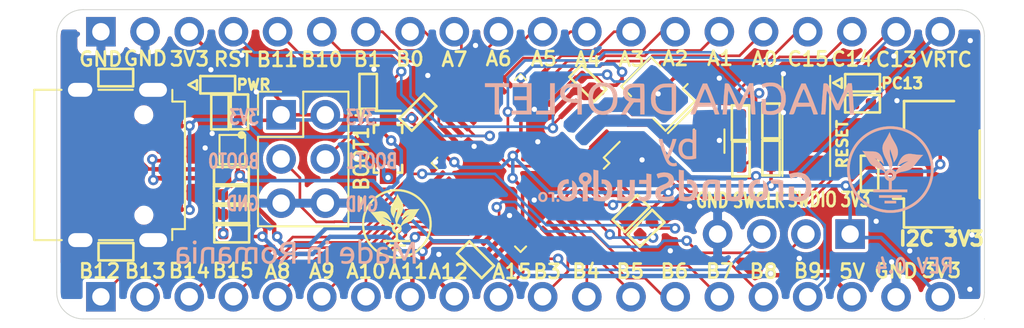
<source format=kicad_pcb>
(kicad_pcb (version 20221018) (generator pcbnew)
  (title_block (title "GroundStudio Magma Droplet") (date "2025-03-31") (rev "0.4") (company "GroundStudio.ro") (comment 1 "Layout: Victor"))
  (layers (0 "F.Cu" signal) (31 "B.Cu" signal) (35 "F.Paste" user) (36 "B.SilkS" user "B.Silkscreen") (37 "F.SilkS" user "F.Silkscreen") (38 "B.Mask" user) (39 "F.Mask" user) (44 "Edge.Cuts" user))
  (net 0 "")
  (net 1 "GND")
  (net 2 "+3V3")
  (net 3 "+5V")
  (net 4 "NRST")
  (net 5 "PC14_OSC32_IN")
  (net 6 "PC15_OSC32_OUT")
  (net 7 "PB11")
  (net 8 "PB10")
  (net 9 "PB1")
  (net 10 "PB0")
  (net 11 "PA7")
  (net 12 "PA6")
  (net 13 "PA5")
  (net 14 "PA4")
  (net 15 "PA3")
  (net 16 "PA2")
  (net 17 "PA1")
  (net 18 "PA0")
  (net 19 "PC13")
  (net 20 "VBAT")
  (net 21 "PB9")
  (net 22 "PB8")
  (net 23 "PB7")
  (net 24 "PB6")
  (net 25 "PB5")
  (net 26 "PB4")
  (net 27 "PB3")
  (net 28 "PA15")
  (net 29 "PA10")
  (net 30 "PA9")
  (net 31 "PA8")
  (net 32 "PB15")
  (net 33 "PB14")
  (net 34 "PB13")
  (net 35 "PB12")
  (net 36 "SWDIO")
  (net 37 "SWCLK")
  (net 38 "BOOT0")
  (net 39 "PB2_BOOT1")
  (net 40 "PD0_OSC_IN")
  (net 41 "PD1_OSC_OUT")
  (net 42 "Net-(PC13-Pad1)")
  (net 43 "Net-(3V3-Pad1)")
  (net 44 "Net-(J4-Pad4)")
  (net 45 "Net-(J4-Pad3)")
  (net 46 "/USB_D+")
  (net 47 "/USB_D-")
  (net 48 "A_D+")
  (net 49 "A_D-")
  (net 50 "Net-(USB1-PadB8)")
  (net 51 "Net-(USB1-PadA8)")
  (net 52 "VBUS")
  (net 53 "Net-(R9-Pad2)")
  (net 54 "Net-(R10-Pad1)")
  (footprint "GS_Local:C_0402_1005Metric" (layer "F.Cu") (at 117.2718 59.7408 90)
    (fp_text reference "C8")
    (fp_text value "1uF")
  )
  (footprint "GS_Local:C_0402_1005Metric" (layer "F.Cu") (at 115.5446 61.9252 90)
    (fp_text reference "C9")
    (fp_text value "12pF")
  )
  (footprint "GS_Local:R_0402_1005Metric" (layer "F.Cu") (at 94.107 58.039 90)
    (fp_text reference "R5")
    (fp_text value "100k")
  )
  (footprint "GS_Local:TS342A2P-WZ" (layer "F.Cu") (at 119.29836 60.03466 -90)
    (fp_text reference "RESET1" hide)
    (fp_text value "TS342A2P-WZ")
  )
  (footprint "GS_Local:C_0402_1005Metric" (layer "F.Cu") (at 115.5192 59.8424 -90)
    (fp_text reference "C10")
    (fp_text value "12pF")
  )
  (footprint "GS_Local:R_0402_1005Metric" (layer "F.Cu") (at 117.27144 61.8744 90)
    (fp_text reference "R6")
    (fp_text value "10k")
  )
  (footprint "GS_Local:Resonator_SMD_muRata_CSTxExxG-3Pin_3.2x1.3mm" (layer "F.Cu") (at 110.78 58.18 135)
    (fp_text reference "Y2" hide)
    (fp_text value "CSTNE8M00G550000R0")
  )
  (footprint "GS_Local:C_0402_1005Metric" (layer "F.Cu") (at 106.740913 57.563973 -45)
    (fp_text reference "C2")
    (fp_text value "100nF")
  )
  (footprint "GS_Local:C_0402_1005Metric" (layer "F.Cu") (at 96.96704 59.24296 45)
    (fp_text reference "C1")
    (fp_text value "100nF")
  )
  (footprint "GS_Local:LQFP-48_7x7mm_P0.5mm" (layer "F.Cu") (at 102.87 62.1665 -135)
    (fp_text reference "U2" hide)
    (fp_text value "STM32F103C8T6")
  )
  (footprint "GS_Local:R_0402_1005Metric" (layer "F.Cu") (at 122.5322 58.7502 180)
    (fp_text reference "R8")
    (fp_text value "1k")
  )
  (footprint "GS_Local:Crystal_SMD_3215-2Pin_3.2x1.5mm" (layer "F.Cu") (at 113.71648 60.90056 90)
    (fp_text reference "Y1" hide)
    (fp_text value "SF32K32768D71T01")
  )
  (footprint "GS_Local:LED_0402_1005Metric" (layer "F.Cu") (at 122.5322 57.5486)
    (fp_text reference "PC13")
    (fp_text value "BLUE")
  )
  (footprint "GS_Local:R_0402_1005Metric" (layer "F.Cu") (at 110.0836 65.913 -135)
    (fp_text reference "R4")
    (fp_text value "100k")
  )
  (footprint "GS_Local:C_0402_1005Metric" (layer "F.Cu") (at 109.22762 65.05956 -135)
    (fp_text reference "C3")
    (fp_text value "100nF")
  )
  (footprint "GS_Local:PinHeader_1x04_P2.54mm_Vertical_Male" (layer "F.Cu") (at 121.8184 66.2432 -90)
    (fp_text reference "J6")
    (fp_text value "Conn_01x04")
  )
  (footprint "GS_Local:R_0402_1005Metric" (layer "F.Cu") (at 86.24824 65.11544 180)
    (fp_text reference "R2")
    (fp_text value "20")
  )
  (footprint "GS_Local:R_0402_1005Metric" (layer "F.Cu") (at 86.26094 66.22288 180)
    (fp_text reference "R3")
    (fp_text value "1.5k")
  )
  (footprint "GS_Local:USB_C_C167321" (layer "F.Cu") (at 79.756 62.27008 -90)
    (fp_text reference "USB1")
    (fp_text value "USB_C_FULL")
  )
  (footprint "GS_Local:LED_0402_1005Metric" (layer "F.Cu") (at 85.457 57.658)
    (fp_text reference "3V3")
    (fp_text value "GREEN")
  )
  (footprint "GS_Local:PinHeader_2x03_P2.54mm_Vertical_Male" (layer "F.Cu") (at 89.1032 59.3852)
    (fp_text reference "J4")
    (fp_text value "Conn_02x03_Odd_Even")
  )
  (footprint "GS_Local:R_0402_1005Metric" (layer "F.Cu") (at 86.24076 63.9826)
    (fp_text reference "R1")
    (fp_text value "20")
  )
  (footprint "GS_Local:C_0402_1005Metric" (layer "F.Cu") (at 100.2792 67.7164 135)
    (fp_text reference "C4")
    (fp_text value "100nF")
  )
  (footprint "GS_Local:SOD-123" (layer "F.Cu") (at 95.25 61.341 -90)
    (fp_text reference "D1")
    (fp_text value "D_Schottky")
  )
  (footprint "GS_Local:R_0402_1005Metric" (layer "F.Cu") (at 79.60614 67.25666)
    (fp_text reference "R9")
    (fp_text value "5.1k")
  )
  (footprint "GS_Local:R_0402_1005Metric" (layer "F.Cu") (at 79.59598 57.24906 180)
    (fp_text reference "R10")
    (fp_text value "5.1k")
  )
  (footprint "GS_Local:SH__1x04_P1.00mm_Horizontal" (layer "F.Cu") (at 127 62.23 90)
    (fp_text reference "X1")
    (fp_text value "i2c_3V3")
  )
  (footprint "GS_Local:C_0402_1005Metric" (layer "F.Cu") (at 122.936 62.738 -90)
    (fp_text reference "C7")
    (fp_text value "100nF")
  )
  (footprint "GS_Branding:GS_Logo2_4x4" (layer "F.Cu") (at 95.758 65.659)
    (fp_text reference "G***" hide)
    (fp_text value "LOGO" hide)
  )
  (footprint "GS_Local:Fiducial_0.75mm_Mask1.5mm" (layer "F.Cu") (at 128.3335 57.56656)
    (fp_text reference "FID1")
    (fp_text value "Fiducial")
  )
  (footprint "GS_Local:Fiducial_0.75mm_Mask1.5mm" (layer "F.Cu") (at 77.04836 68.57746)
    (fp_text reference "FID2")
    (fp_text value "Fiducial")
  )
  (footprint "GS_Local:C_0402_1005Metric" (layer "F.Cu") (at 86.24316 62.88532 180)
    (fp_text reference "C5")
    (fp_text value "1uF")
  )
  (footprint "GS_Local:R_0402_1005Metric" (layer "F.Cu") (at 85.5853 59.22518 90)
    (fp_text reference "R7")
    (fp_text value "1k")
  )
  (footprint "GS_Local:C_0402_1005Metric" (layer "F.Cu") (at 86.7029 59.21756 90)
    (fp_text reference "C6")
    (fp_text value "1uF")
  )
  (footprint "GS_Local:FBP1-1-4" (layer "F.Cu") (at 86.29756 61.38212 -90)
    (fp_text reference "U1")
    (fp_text value "ME6211C33U4AG-N")
  )
  (footprint "GS_Local:PinHeader_1x20_P2.54mm_Vertical_Male" (layer "B.Cu") (at 78.74 54.61 -90)
    (fp_text reference "J2")
    (fp_text value "Conn_01x20")
  )
  (footprint "GS_Local:PinHeader_1x20_P2.54mm_Vertical_Male" (layer "B.Cu") (at 78.74 69.85 -90)
    (fp_text reference "J3")
    (fp_text value "Conn_01x20")
  )
  (footprint "GS_Branding:Magma Droplet 23x4.8" (layer "B.Cu") (at 111.252 58.4835 180)
    (fp_text reference "G***" hide)
    (fp_text value "LOGO" hide)
  )
  (footprint "GS_Branding:GS_Logo2_5x5" (layer "B.Cu") (at 124.1298 62.5348 180)
    (fp_text reference "G***" hide)
    (fp_text value "LOGO" hide)
  )
  (footprint "GS_Branding:GS_.ro_1.2x0.6" (layer "B.Cu") (at 104.4956 64.1096 180)
    (fp_text reference "G***" hide)
    (fp_text value "LOGO" hide)
  )
  (footprint "GS_Branding:by 2.2x2.1" (layer "B.Cu") (at 111.887 61.2775 180)
    (fp_text reference "G***" hide)
    (fp_text value "LOGO" hide)
  )
  (footprint "GS_Branding:GS_Made in Romania_13.8x1.4" (layer "B.Cu") (at 89.9795 67.2465 180)
    (fp_text reference "G***" hide)
    (fp_text value "LOGO" hide)
  )
  (footprint "GS_Branding:GS_GroundStudio_14.6x1.8" (layer "B.Cu") (at 112.2934 63.4492 180)
    (fp_text reference "G***" hide)
    (fp_text value "LOGO" hide)
  )
  (gr_line (start 76.2 69.596) (end 76.2 54.864) (stroke (width 0.05)) (layer "Edge.Cuts"))
  (gr_line (start 77.724 53.34) (end 128.016 53.34) (stroke (width 0.05)) (layer "Edge.Cuts"))
  (gr_arc (start 129.54 69.596) (mid 129.093631 70.673631) (end 128.016 71.12) (stroke (width 0.05)) (layer "Edge.Cuts"))
  (gr_line (start 128.016 71.12) (end 77.724 71.12) (stroke (width 0.05)) (layer "Edge.Cuts"))
  (gr_line (start 129.54 71.12) (end 129.54 71.12) (stroke (width 0.05)) (layer "Edge.Cuts"))
  (gr_arc (start 128.016 53.34) (mid 129.093631 53.786369) (end 129.54 54.864) (stroke (width 0.05)) (layer "Edge.Cuts"))
  (gr_arc (start 77.724 71.12) (mid 76.646369 70.673631) (end 76.2 69.596) (stroke (width 0.05)) (layer "Edge.Cuts"))
  (gr_arc (start 76.2 54.864) (mid 76.646369 53.786369) (end 77.724 53.34) (stroke (width 0.05)) (layer "Edge.Cuts"))
  (gr_line (start 129.54 54.864) (end 129.54 69.596) (stroke (width 0.05)) (layer "Edge.Cuts"))
  (gr_text "3V3" (at 86.9666 59.516) (layer "B.SilkS") (effects (font (size 0.8128 0.6096) (thickness 0.1524)) (justify mirror)))
  (gr_text "GND" (at 86.8966 64.496) (layer "B.SilkS") (effects (font (size 0.8128 0.6096) (thickness 0.1524)) (justify mirror)))
  (gr_text "BOOT0" (at 86.3866 62.066) (layer "B.SilkS") (effects (font (size 0.8128 0.6096) (thickness 0.1524)) (justify mirror)))
  (gr_text "BOOT1" (at 94.3066 62.056) (layer "B.SilkS") (effects (font (size 0.8128 0.6096) (thickness 0.1524)) (justify mirror)))
  (gr_text " REV 0.4" (at 125.8062 68.07708) (layer "B.SilkS") (effects (font (size 0.8128 0.762) (thickness 0.1524)) (justify mirror)))
  (gr_text "GND" (at 93.7466 64.536) (layer "B.SilkS") (effects (font (size 0.8128 0.6096) (thickness 0.1524)) (justify mirror)))
  (gr_text "3V3" (at 93.6766 59.536) (layer "B.SilkS") (effects (font (size 0.8128 0.6096) (thickness 0.1524)) (justify mirror)))
  (gr_text "SWCLK" (at 116.586 64.3128) (layer "F.SilkS") (effects (font (size 0.8128 0.6096) (thickness 0.1524))))
  (gr_text "RESET" (at 121.37136 61.07176 90) (layer "F.SilkS") (effects (font (size 0.6096 0.6096) (thickness 0.1524))))
  (gr_text "GND" (at 81.29778 56.15178) (layer "F.SilkS") (effects (font (size 0.8128 0.8128) (thickness 0.1524))))
  (gr_text "3V3" (at 83.83524 56.17464) (layer "F.SilkS") (effects (font (size 0.8128 0.8128) (thickness 0.1524))))
  (gr_text "RST" (at 86.34476 56.19496) (layer "F.SilkS") (effects (font (size 0.8128 0.8128) (thickness 0.1524))))
  (gr_text "GND" (at 78.73492 56.18988) (layer "F.SilkS") (effects (font (size 0.8128 0.8128) (thickness 0.1524))))
  (gr_text "B11" (at 88.88222 56.20512) (layer "F.SilkS") (effects (font (size 0.8128 0.8128) (thickness 0.1524))))
  (gr_text "B0" (at 96.5073 56.17972) (layer "F.SilkS") (effects (font (size 0.8128 0.8128) (thickness 0.1524))))
  (gr_text "A4" (at 106.72826 56.19496) (layer "F.SilkS") (effects (font (size 0.8128 0.8128) (thickness 0.1524))))
  (gr_text "A1" (at 114.34318 56.14162) (layer "F.SilkS") (effects (font (size 0.8128 0.8128) (thickness 0.1524))))
  (gr_text "B10" (at 91.44508 56.20512) (layer "F.SilkS") (effects (font (size 0.8128 0.8128) (thickness 0.1524))))
  (gr_text "B1" (at 94.0689 56.19496) (layer "F.SilkS") (effects (font (size 0.8128 0.8128) (thickness 0.1524))))
  (gr_text "A7" (at 99.07016 56.20004) (layer "F.SilkS") (effects (font (size 0.8128 0.8128) (thickness 0.1524))))
  (gr_text "A6" (at 101.6127 56.15686) (layer "F.SilkS") (effects (font (size 0.8128 0.8128) (thickness 0.1524))))
  (gr_text "A5" (at 104.20604 56.16448) (layer "F.SilkS") (effects (font (size 0.8128 0.8128) (thickness 0.1524))))
  (gr_text "C15" (at 119.40286 56.17972) (layer "F.SilkS") (effects (font (size 0.8128 0.8128) (thickness 0.1524))))
  (gr_text "A3" (at 109.25048 56.18988) (layer "F.SilkS") (effects (font (size 0.8128 0.8128) (thickness 0.1524))))
  (gr_text "A2" (at 111.77524 56.15178) (layer "F.SilkS") (effects (font (size 0.8128 0.8128) (thickness 0.1524))))
  (gr_text "A0" (at 116.90096 56.19496) (layer "F.SilkS") (effects (font (size 0.8128 0.8128) (thickness 0.1524))))
  (gr_text "C13" (at 124.48286 56.20512) (layer "F.SilkS") (effects (font (size 0.8128 0.8128) (thickness 0.1524))))
  (gr_text "VRTC" (at 127.34544 56.21528) (layer "F.SilkS") (effects (font (size 0.8128 0.8128) (thickness 0.1524))))
  (gr_text "3V3" (at 122.1232 64.262) (layer "F.SilkS") (effects (font (size 0.8128 0.6096) (thickness 0.1524))))
  (gr_text "PWR" (at 87.5157 57.658) (layer "F.SilkS") (effects (font (size 0.6096 0.6096) (thickness 0.1524))))
  (gr_text "C14" (at 121.93016 56.1848) (layer "F.SilkS") (effects (font (size 0.8128 0.8128) (thickness 0.1524))))
  (gr_text "I2C 3V3" (at 127.07112 66.5099) (layer "F.SilkS") (effects (font (size 0.8128 0.8128) (thickness 0.2032))))
  (gr_text "5V" (at 121.9327 68.38188) (layer "F.SilkS") (effects (font (size 0.8128 0.8128) (thickness 0.1524))))
  (gr_text "A9" (at 91.44762 68.3768) (layer "F.SilkS") (effects (font (size 0.8128 0.8128) (thickness 0.1524))))
  (gr_text "GND" (at 113.8936 64.3128) (layer "F.SilkS") (effects (font (size 0.8128 0.6096) (thickness 0.1524))))
  (gr_text "3V3" (at 127.07366 68.3387) (layer "F.SilkS") (effects (font (size 0.8128 0.8128) (thickness 0.1524))))
  (gr_text "B3" (at 104.39908 68.39966) (layer "F.SilkS") (effects (font (size 0.8128 0.8128) (thickness 0.1524))))
  (gr_text "B7" (at 114.33048 68.3768) (layer "F.SilkS") (effects (font (size 0.8128 0.8128) (thickness 0.1524))))
  (gr_text "B13" (at 81.29524 68.36918) (layer "F.SilkS") (effects (font (size 0.8128 0.8128) (thickness 0.1524))))
  (gr_text "B6" (at 111.71936 68.38442) (layer "F.SilkS") (effects (font (size 0.8128 0.8128) (thickness 0.1524))))
  (gr_text "B12" (at 78.6638 68.36664) (layer "F.SilkS") (effects (font (size 0.8128 0.8128) (thickness 0.1524))))
  (gr_text "B8" (at 116.84 68.38442) (layer "F.SilkS") (effects (font (size 0.8128 0.8128) (thickness 0.1524))))
  (gr_text "-" (at 93.6244 64.4652 90) (layer "F.SilkS") (effects (font (size 0.8128 0.762) (thickness 0.1524))))
  (gr_text "PC13" (at 124.81052 57.57926) (layer "F.SilkS") (effects (font (size 0.6096 0.6096) (thickness 0.1524))))
  (gr_text "A8" (at 88.90254 68.3768) (layer "F.SilkS") (effects (font (size 0.8128 0.8128) (thickness 0.1524))))
  (gr_text "SWDIO" (at 119.634 64.262) (layer "F.SilkS") (effects (font (size 0.8128 0.6096) (thickness 0.1524))))
  (gr_text "BOOT1" (at 93.726 61.8998 90) (layer "F.SilkS") (effects (font (size 0.8128 0.762) (thickness 0.1524))))
  (gr_text "A15" (at 102.3874 68.39966) (layer "F.SilkS") (effects (font (size 0.8128 0.8128) (thickness 0.1524))))
  (gr_text "A11" (at 96.40824 68.38442) (layer "F.SilkS") (effects (font (size 0.8128 0.8128) (thickness 0.1524))))
  (gr_text "B15" (at 86.34222 68.34632) (layer "F.SilkS") (effects (font (size 0.8128 0.8128) (thickness 0.1524))))
  (gr_text "B14" (at 83.82508 68.35394) (layer "F.SilkS") (effects (font (size 0.8128 0.8128) (thickness 0.1524))))
  (gr_text "A10" (at 93.98 68.3768) (layer "F.SilkS") (effects (font (size 0.8128 0.8128) (thickness 0.1524))))
  (gr_text "B9" (at 119.37746 68.35902) (layer "F.SilkS") (effects (font (size 0.8128 0.8128) (thickness 0.1524))))
  (gr_text "A12" (at 98.7171 68.39966) (layer "F.SilkS") (effects (font (size 0.8128 0.8128) (thickness 0.1524))))
  (gr_text "B4" (at 106.6419 68.38442) (layer "F.SilkS") (effects (font (size 0.8128 0.8128) (thickness 0.1524))))
  (gr_text "GND" (at 124.45746 68.36664) (layer "F.SilkS") (effects (font (size 0.8128 0.8128) (thickness 0.1524))))
  (gr_text "+" (at 93.6752 59.3598) (layer "F.SilkS") (effects (font (size 0.8128 0.762) (thickness 0.1524))))
  (gr_text "B5" (at 109.17936 68.38442) (layer "F.SilkS") (effects (font (size 0.8128 0.8128) (thickness 0.1524))))
  (segment (start 114.831 60.3274) (end 114.3 60.8584) (width 0.2032) (layer "F.Cu") (net 1))
  (segment (start 97.370947 58.585053) (end 97.370947 59.849427) (width 0.2032) (layer "F.Cu") (net 1))
  (segment (start 115.5192 60.3274) (end 114.831 60.3274) (width 0.2032) (layer "F.Cu") (net 1))
  (segment (start 115.5446 61.4402) (end 115.5446 60.3528) (width 0.2032) (layer "F.Cu") (net 1))
  (segment (start 85.97256 60.90212) (end 85.97256 60.53464) (width 0.2032) (layer "F.Cu") (net 1))
  (segment (start 103.962479 59.370239) (end 104.605601 59.370239) (width 0.2032) (layer "F.Cu") (net 1))
  (segment (start 111.680063 57.279937) (end 114.297063 57.279937) (width 0.2032) (layer "F.Cu") (net 1))
  (segment (start 117.27362 57.5695) (end 117.27362 57.478458) (width 0.2032) (layer "F.Cu") (net 1))
  (segment (start 101.517658 66.700822) (end 102.235 65.98348) (width 0.2032) (layer "F.Cu") (net 1))
  (segment (start 82.81162 59.22462) (end 82.81162 58.9249) (width 0.2032) (layer "F.Cu") (net 1))
  (segment (start 100.845027 67.373453) (end 101.517658 66.700822) (width 0.2032) (layer "F.Cu") (net 1))
  (segment (start 107.901269 64.015789) (end 108.442721 64.015789) (width 0.2032) (layer "F.Cu") (net 1))
  (segment (start 98.92152 61.4) (end 98.335678 60.814158) (width 0.2032) (layer "F.Cu") (net 1))
  (segment (start 108.884673 65.402507) (end 108.884673 66.196611) (width 0.2032) (layer "F.Cu") (net 1))
  (segment (start 109.891672 67.20361) (end 111.4806 67.20361) (width 0.2032) (layer "F.Cu") (net 1))
  (segment (start 117.27362 57.478458) (end 118.0084 56.743678) (width 0.2032) (layer "F.Cu") (net 1))
  (segment (start 82.81162 65.32062) (end 82.81162 65.62034) (width 0.2032) (layer "F.Cu") (net 1))
  (segment (start 99.936253 67.373453) (end 100.845027 67.373453) (width 0.2032) (layer "F.Cu") (net 1))
  (segment (start 108.884673 66.196611) (end 109.891672 67.20361) (width 0.2032) (layer "F.Cu") (net 1))
  (segment (start 100.2 61.2) (end 100 61.4) (width 0.2032) (layer "F.Cu") (net 1))
  (segment (start 106.06786 57.90692) (end 107.08386 57.90692) (width 0.2032) (layer "F.Cu") (net 1))
  (segment (start 104.605601 59.370239) (end 105.283002 58.692838) (width 0.2032) (layer "F.Cu") (net 1))
  (segment (start 85.77072 60.51804) (end 85.557518 60.731242) (width 0.2794) (layer "F.Cu") (net 1))
  (segment (start 108.442721 64.015789) (end 108.884673 64.457741) (width 0.2032) (layer "F.Cu") (net 1))
  (segment (start 86.29756 61.35476) (end 85.97256 61.02976) (width 0.2032) (layer "F.Cu") (net 1))
  (segment (start 107.404322 63.518842) (end 107.901269 64.015789) (width 0.2032) (layer "F.Cu") (net 1))
  (segment (start 85.471 60.81776) (end 85.557518 60.731242) (width 0.2794) (layer "F.Cu") (net 1))
  (segment (start 105.283002 58.691778) (end 106.06786 57.90692) (width 0.2032) (layer "F.Cu") (net 1))
  (segment (start 115.5446 60.3528) (end 115.5192 60.3274) (width 0.2032) (layer "F.Cu") (net 1))
  (segment (start 85.471 61.26988) (end 85.471 60.81776) (width 0.2794) (layer "F.Cu") (net 1))
  (segment (start 108.884673 64.457741) (end 108.884673 65.402507) (width 0.2032) (layer "F.Cu") (net 1))
  (segment (start 81.8388 57.95208) (end 82.81162 58.9249) (width 0.4) (layer "F.Cu") (net 1))
  (segment (start 86.29756 61.38212) (end 86.29756 61.35476) (width 0.2032) (layer "F.Cu") (net 1))
  (segment (start 110.78 58.18) (end 111.680063 57.279937) (width 0.2032) (layer "F.Cu") (net 1))
  (segment (start 85.97256 60.53464) (end 85.98916 60.51804) (width 0.2032) (layer "F.Cu") (net 1))
  (segment (start 81.84188 66.59008) (end 82.81162 65.62034) (width 0.4) (layer "F.Cu") (net 1))
  (segment (start 103.66248 59.07024) (end 103.962479 59.370239) (width 0.2032) (layer "F.Cu") (net 1))
  (segment (start 81.746 66.59008) (end 81.84188 66.59008) (width 0.2032) (layer "F.Cu") (net 1))
  (segment (start 85.97256 61.02976) (end 85.97256 60.90212) (width 0.2032) (layer "F.Cu") (net 1))
  (segment (start 85.270024 60.45962) (end 85.27796 60.451684) (width 0.4064) (layer "F.Cu") (net 1))
  (segment (start 100 61.4) (end 98.92152 61.4) (width 0.2032) (layer "F.Cu") (net 1))
  (segment (start 85.557518 60.731242) (end 85.27796 60.451684) (width 0.381) (layer "F.Cu") (net 1))
  (segment (start 81.7372 57.95208) (end 81.8388 57.95208) (width 0.2032) (layer "F.Cu") (net 1))
  (segment (start 102.235 65.98348) (end 102.235 65.1764) (width 0.2032) (layer "F.Cu") (net 1))
  (segment (start 105.283002 58.692838) (end 105.283002 58.691778) (width 0.2032) (layer "F.Cu") (net 1))
  (segment (start 97.370947 59.849427) (end 98.335678 60.814158) (width 0.2032) (layer "F.Cu") (net 1))
  (segment (start 85.98916 60.51804) (end 85.77072 60.51804) (width 0.2794) (layer "F.Cu") (net 1))
  (via (at 100.2 61.2) (size 0.6) (drill 0.3) (layers "F.Cu" "B.Cu") (net 1))
  (via (at 87.67572 58.06948) (size 0.6) (drill 0.3) (layers "F.Cu" "B.Cu") (net 1))
  (via (at 98.171 67.4116) (size 0.6) (drill 0.3) (layers "F.Cu" "B.Cu") (net 1))
  (via (at 85.13826 60.45962) (size 0.6) (drill 0.3) (layers "F.Cu" "B.Cu") (net 1))
  (via (at 84.7344 61.2902) (size 0.6) (drill 0.3) (layers "F.Cu" "B.Cu") (net 1))
  (via (at 124.5108 58.5724) (size 0.6) (drill 0.3) (layers "F.Cu" "B.Cu") (net 1))
  (via (at 109.855 61.976) (size 0.6) (drill 0.3) (layers "F.Cu" "B.Cu") (net 1))
  (via (at 128.8288 66.294) (size 0.6) (drill 0.3) (layers "F.Cu" "B.Cu") (net 1))
  (via (at 103.65486 64.2874) (size 0.6) (drill 0.3) (layers "F.Cu" "B.Cu") (net 1))
  (via (at 94.4372 56.769) (size 0.6) (drill 0.3) (layers "F.Cu" "B.Cu") (net 1))
  (via (at 114.3 60.8584) (size 0.6) (drill 0.3) (layers "F.Cu" "B.Cu") (net 1))
  (via (at 97.536 57.1246) (size 0.6) (drill 0.3) (layers "F.Cu" "B.Cu") (net 1))
  (via (at 112.5855 64.643) (size 0.6) (drill 0.3) (layers "F.Cu" "B.Cu") (net 1))
  (via (at 125.2474 67.2084) (size 0.6) (drill 0.3) (layers "F.Cu" "B.Cu") (net 1))
  (via (at 110.78 58.18) (size 0.6) (drill 0.3) (layers "F.Cu" "B.Cu") (net 1))
  (via (at 85.0646 56.7944) (size 0.6) (drill 0.3) (layers "F.Cu" "B.Cu") (net 1))
  (via (at 124.206 67.8434) (size 0.6) (drill 0.3) (layers "F.Cu" "B.Cu") (net 1))
  (via (at 117.983 59.2582) (size 0.6) (drill 0.3) (layers "F.Cu" "B.Cu") (net 1))
  (via (at 86.8426 55.9562) (size 0.6) (drill 0.3) (layers "F.Cu" "B.Cu") (net 1))
  (via (at 103.8606 60.9346) (size 0.6) (drill 0.3) (layers "F.Cu" "B.Cu") (net 1))
  (via (at 118.8974 67.6402) (size 0.6) (drill 0.3) (layers "F.Cu" "B.Cu") (net 1))
  (via (at 100.2792 55.3974) (size 0.6) (drill 0.3) (layers "F.Cu" "B.Cu") (net 1))
  (via (at 128.7018 69.4182) (size 0.6) (drill 0.3) (layers "F.Cu" "B.Cu") (net 1))
  (via (at 128.7272 55.118) (size 0.6) (drill 0.3) (layers "F.Cu" "B.Cu") (net 1))
  (via (at 102.235 65.1764) (size 0.6) (drill 0.3) (layers "F.Cu" "B.Cu") (net 1))
  (via (at 117.983 57.023) (size 0.6) (drill 0.3) (layers "F.Cu" "B.Cu") (net 1))
  (via (at 124.333 56.007) (size 0.6) (drill 0.3) (layers "F.Cu" "B.Cu") (net 1))
  (via (at 114.297063 57.279937) (size 0.6) (drill 0.3) (layers "F.Cu" "B.Cu") (net 1))
  (via (at 103.66248 59.07024) (size 0.6) (drill 0.3) (layers "F.Cu" "B.Cu") (net 1))
  (via (at 111.4806 67.20361) (size 0.6) (drill 0.3) (layers "F.Cu" "B.Cu") (net 1))
  (via (at 93.4466 61.8744) (size 0.6) (drill 0.3) (layers "F.Cu" "B.Cu") (net 1))
  (via (at 97.9805 62.103) (size 0.6) (drill 0.3) (layers "F.Cu" "B.Cu") (net 1))
  (via (at 123.317 65.5066) (size 0.6) (drill 0.3) (layers "F.Cu" "B.Cu") (net 1))
  (segment (start 114.3 60.8584) (end 114.3 57.282874) (width 0.2032) (layer "B.Cu") (net 1))
  (segment (start 114.3 57.282874) (end 114.297063 57.279937) (width 0.2032) (layer "B.Cu") (net 1))
  (segment (start 86.62256 60.90212) (end 86.62256 59.74712) (width 0.2032) (layer "F.Cu") (net 2))
  (segment (start 96.624093 59.585907) (end 96.479339 59.585907) (width 0.2032) (layer "F.Cu") (net 2))
  (segment (start 102.368159 66.421679) (end 101.871212 66.918626) (width 0.2032) (layer "F.Cu") (net 2))
  (segment (start 123.56621 58.09761) (end 123.56621 58.64381) (width 0.2032) (layer "F.Cu") (net 2))
  (segment (start 123.0172 57.5486) (end 123.56621 58.09761) (width 0.2032) (layer "F.Cu") (net 2))
  (segment (start 125.1204 62.73) (end 123.413 62.73) (width 0.2032) (layer "F.Cu") (net 2))
  (segment (start 124.9934 60.071) (end 125.932758 60.071) (width 0.2032) (layer "F.Cu") (net 2))
  (segment (start 96.440925 59.626513) (end 96.438733 59.626513) (width 0.2032) (layer "F.Cu") (net 2))
  (segment (start 91.6432 59.3852) (end 89.1032 59.3852) (width 0.2032) (layer "F.Cu") (net 2))
  (segment (start 98.917412 62.103) (end 99.06 62.103) (width 0.2032) (layer "F.Cu") (net 2))
  (segment (start 108.366283 57.685641) (end 108.705611 57.346312) (width 0.2032) (layer "F.Cu") (net 2))
  (segment (start 83.82 54.61) (end 85.942 56.732) (width 0.2032) (layer "F.Cu") (net 2))
  (segment (start 104.929449 58.339285) (end 106.047708 57.221026) (width 0.2032) (layer "F.Cu") (net 2))
  (segment (start 108.705611 57.346312) (end 108.705611 56.922048) (width 0.2032) (layer "F.Cu") (net 2))
  (segment (start 97.982124 61.167712) (end 96.440925 59.626513) (width 0.2032) (layer "F.Cu") (net 2))
  (segment (start 125.932758 60.071) (end 127 61.138242) (width 0.2032) (layer "F.Cu") (net 2))
  (segment (start 122.936 62.253) (end 122.786 62.253) (width 0.2032) (layer "F.Cu") (net 2))
  (segment (start 107.20974 57.221026) (end 107.674355 57.685641) (width 0.2032) (layer "F.Cu") (net 2))
  (segment (start 83.91 54.7) (end 83.82 54.61) (width 0.2032) (layer "F.Cu") (net 2))
  (segment (start 88.78584 59.70256) (end 89.1032 59.3852) (width 0.2032) (layer "F.Cu") (net 2))
  (segment (start 117.27144 63.459) (end 117.27942 63.46698) (width 0.2032) (layer "F.Cu") (net 2))
  (segment (start 127 61.138242) (end 127 62.229952) (width 0.2032) (layer "F.Cu") (net 2))
  (segment (start 100.622147 68.059347) (end 100.866241 68.059347) (width 0.2032) (layer "F.Cu") (net 2))
  (segment (start 96.479339 59.585907) (end 96.438733 59.626513) (width 0.2032) (layer "F.Cu") (net 2))
  (segment (start 102.984582 63.604582) (end 102.984582 65.265018) (width 0.2032) (layer "F.Cu") (net 2))
  (segment (start 102.41 63.03) (end 102.984582 63.604582) (width 0.2032) (layer "F.Cu") (net 2))
  (segment (start 86.14774 57.45226) (end 87.92464 57.45226) (width 0.2032) (layer "F.Cu") (net 2))
  (segment (start 107.757876 63.165288) (end 108.391274 63.165288) (width 0.2032) (layer "F.Cu") (net 2))
  (segment (start 107.674355 57.685641) (end 108.366283 57.685641) (width 0.2032) (layer "F.Cu") (net 2))
  (segment (start 102.42296 61.74994) (end 102.888184 61.284716) (width 0.2032) (layer "F.Cu") (net 2))
  (segment (start 85.942 56.732) (end 85.942 57.658) (width 0.2032) (layer "F.Cu") (net 2))
  (segment (start 100.866241 68.059347) (end 101.871212 67.054376) (width 0.2032) (layer "F.Cu") (net 2))
  (segment (start 102.888184 61.284716) (end 102.888184 57.244384) (width 0.2032) (layer "F.Cu") (net 2))
  (segment (start 106.047708 57.221026) (end 106.397966 57.221026) (width 0.2032) (layer "F.Cu") (net 2))
  (segment (start 101.871212 66.918626) (end 101.871212 67.054376) (width 0.2032) (layer "F.Cu") (net 2))
  (segment (start 102.984582 65.265018) (end 102.59061 65.65899) (width 0.2032) (layer "F.Cu") (net 2))
  (segment (start 102.368159 66.353229) (end 102.368159 66.421679) (width 0.2032) (layer "F.Cu") (net 2))
  (segment (start 110.50106 64.716613) (end 111.366774 63.850899) (width 0.2032) (layer "F.Cu") (net 2))
  (segment (start 87.92464 57.45226) (end 89.1032 58.63082) (width 0.2032) (layer "F.Cu") (net 2))
  (segment (start 117.27144 62.3594) (end 117.27144 63.459) (width 0.2032) (layer "F.Cu") (net 2))
  (segment (start 123.413 62.73) (end 122.936 62.253) (width 0.2032) (layer "F.Cu") (net 2))
  (segment (start 109.570567 64.716613) (end 110.50106 64.716613) (width 0.2032) (layer "F.Cu") (net 2))
  (segment (start 97.982124 61.167712) (end 98.917412 62.103) (width 0.2032) (layer "F.Cu") (net 2))
  (segment (start 102.59061 65.65899) (end 102.590609 66.130779) (width 0.2032) (layer "F.Cu") (net 2))
  (segment (start 102.590609 66.130779) (end 102.368159 66.353229) (width 0.2032) (layer "F.Cu") (net 2))
  (segment (start 101.871212 67.054376) (end 101.870864 67.054376) (width 0.2032) (layer "F.Cu") (net 2))
  (segment (start 122.786 62.253) (end 121.57202 63.46698) (width 0.2032) (layer "F.Cu") (net 2))
  (segment (start 89.1032 58.63082) (end 89.1032 59.3852) (width 0.2032) (layer "F.Cu") (net 2))
  (segment (start 85.942 57.658) (end 86.14774 57.45226) (width 0.2032) (layer "F.Cu") (net 2))
  (segment (start 86.7029 59.70256) (end 88.78584 59.70256) (width 0.2032) (layer "F.Cu") (net 2))
  (segment (start 108.391274 63.165288) (end 109.570567 64.344581) (width 0.2032) (layer "F.Cu") (net 2))
  (segment (start 106.397966 57.221026) (end 107.20974 57.221026) (width 0.2032) (layer "F.Cu") (net 2))
  (segment (start 109.570567 64.344581) (end 109.570567 64.716613) (width 0.2032) (layer "F.Cu") (net 2))
  (segment (start 125.0244 62.634) (end 125.1204 62.73) (width 0.2032) (layer "F.Cu") (net 2))
  (segment (start 123.56621 58.64381) (end 124.9934 60.071) (width 0.2032) (layer "F.Cu") (net 2))
  (via (at 102.42296 61.74994) (size 0.6) (drill 0.3) (layers "F.Cu" "B.Cu") (net 2))
  (via (at 111.366774 63.850899) (size 0.6) (drill 0.3) (layers "F.Cu" "B.Cu") (net 2))
  (via (at 127 62.229952) (size 0.6) (drill 0.3) (layers "F.Cu" "B.Cu") (net 2))
  (via (at 117.27942 63.46698) (size 0.6) (drill 0.3) (layers "F.Cu" "B.Cu") (net 2))
  (via (at 99.06 62.103) (size 0.6) (drill 0.3) (layers "F.Cu" "B.Cu") (net 2))
  (via (at 121.57202 63.46698) (size 0.6) (drill 0.3) (layers "F.Cu" "B.Cu") (net 2))
  (via (at 102.41 63.03) (size 0.6) (drill 0.3) (layers "F.Cu" "B.Cu") (net 2))
  (via (at 96.60382 59.58078) (size 0.6) (drill 0.3) (layers "F.Cu" "B.Cu") (net 2))
  (via (at 102.888184 57.244384) (size 0.6) (drill 0.3) (layers "F.Cu" "B.Cu") (net 2))
  (via (at 108.705611 56.922048) (size 0.6) (drill 0.3) (layers "F.Cu" "B.Cu") (net 2))
  (segment (start 121.57202 63.46698) (end 117.27942 63.46698) (width 0.2032) (layer "B.Cu") (net 2))
  (segment (start 103.54222 56.590348) (end 102.888184 57.244384) (width 0.2032) (layer "B.Cu") (net 2))
  (segment (start 123.5964 66.4464) (end 127 69.85) (width 0.2032) (layer "B.Cu") (net 2))
  (segment (start 117.27942 63.46698) (end 111.750693 63.46698) (width 0.2032) (layer "B.Cu") (net 2))
  (segment (start 126.595952 62.634) (end 122.924511 62.634) (width 0.2032) (layer "B.Cu") (net 2))
  (segment (start 102.42296 61.74994) (end 101.7651 62.4078) (width 0.2032) (layer "B.Cu") (net 2))
  (segment (start 96.385246 59.68) (end 96.438733 59.626513) (width 0.2032) (layer "B.Cu") (net 2))
  (segment (start 107.395377 56.590348) (end 103.54222 56.590348) (width 0.2032) (layer "B.Cu") (net 2))
  (segment (start 101.7651 62.4078) (end 99.3648 62.4078) (width 0.2032) (layer "B.Cu") (net 2))
  (segment (start 104.523919 63.850899) (end 111.366774 63.850899) (width 0.2032) (layer "B.Cu") (net 2))
  (segment (start 111.750693 63.46698) (end 111.366774 63.850899) (width 0.2032) (layer "B.Cu") (net 2))
  (segment (start 107.523004 56.462721) (end 107.395377 56.590348) (width 0.2032) (layer "B.Cu") (net 2))
  (segment (start 89.59 59.68) (end 96.385246 59.68) (width 0.2032) (layer "B.Cu") (net 2))
  (segment (start 108.705611 56.922048) (end 108.246284 56.462721) (width 0.2032) (layer "B.Cu") (net 2))
  (segment (start 102.42296 61.74994) (end 104.523919 63.850899) (width 0.2032) (layer "B.Cu") (net 2))
  (segment (start 122.924511 62.634) (end 122.878256 62.680256) (width 0.2032) (layer "B.Cu") (net 2))
  (segment (start 122.0216 66.4464) (end 121.8184 66.2432) (width 0.2032) (layer "B.Cu") (net 2))
  (segment (start 122.091531 63.46698) (end 121.57202 63.46698) (width 0.2032) (layer "B.Cu") (net 2))
  (segment (start 102.42296 63.01704) (end 102.41 63.03) (width 0.2032) (layer "B.Cu") (net 2))
  (segment (start 102.42296 61.74994) (end 102.42296 63.01704) (width 0.2032) (layer "B.Cu") (net 2))
  (segment (start 108.246284 56.462721) (end 107.523004 56.462721) (width 0.2032) (layer "B.Cu") (net 2))
  (segment (start 121.8184 66.2432) (end 121.8184 63.740112) (width 0.2032) (layer "B.Cu") (net 2))
  (segment (start 99.3648 62.4078) (end 99.06 62.103) (width 0.2032) (layer "B.Cu") (net 2))
  (segment (start 123.5964 66.4464) (end 122.0216 66.4464) (width 0.2032) (layer "B.Cu") (net 2))
  (segment (start 127 62.229952) (end 126.595952 62.634) (width 0.2032) (layer "B.Cu") (net 2))
  (segment (start 121.8184 63.740112) (end 122.878256 62.680256) (width 0.2032) (layer "B.Cu") (net 2))
  (segment (start 86.114266 62.003826) (end 85.97256 61.86212) (width 0.2032) (layer "F.Cu") (net 3))
  (segment (start 86.402776 62.003826) (end 86.114266 62.003826) (width 0.2032) (layer "F.Cu") (net 3))
  (segment (start 86.544482 61.86212) (end 86.402776 62.003826) (width 0.2032) (layer "F.Cu") (net 3))
  (segment (start 86.62256 61.86212) (end 86.62256 62.779692) (width 0.254) (layer "F.Cu") (net 3))
  (segment (start 117.25402 68.51904) (end 117.343457 68.608477) (width 0.254) (layer "F.Cu") (net 3))
  (segment (start 117.343457 68.608477) (end 120.678477 68.608477) (width 0.254) (layer "F.Cu") (net 3))
  (segment (start 94.996 60.43046) (end 95.42902 60.86348) (width 0.2032) (layer "F.Cu") (net 3))
  (segment (start 120.678477 68.608477) (end 121.92 69.85) (width 0.254) (layer "F.Cu") (net 3))
  (segment (start 94.996 59.766) (end 94.996 60.43046) (width 0.2032) (layer "F.Cu") (net 3))
  (via (at 85.77594 66.22288) (size 0.6) (drill 0.3) (layers "F.Cu" "B.Cu") (net 3))
  (via (at 95.42902 60.86348) (size 0.6) (drill 0.3) (layers "F.Cu" "B.Cu") (net 3))
  (via (at 86.728174 62.885306) (size 0.6) (drill 0.3) (layers "F.Cu" "B.Cu") (net 3))
  (via (at 117.25402 68.51904) (size 0.6) (drill 0.3) (layers "F.Cu" "B.Cu") (net 3))
  (segment (start 102.946211 68.656211) (end 117.116849 68.656211) (width 0.254) (layer "B.Cu") (net 3))
  (segment (start 97.890313 66.654399) (end 97.852721 66.654399) (width 0.2032) (layer "B.Cu") (net 3))
  (segment (start 87.012668 63.1698) (end 86.728174 62.885306) (width 0.2032) (layer "B.Cu") (net 3))
  (segment (start 95.515921 63.546001) (end 95.330999 63.546001) (width 0.2032) (layer "B.Cu") (net 3))
  (segment (start 96.012 62.865) (end 95.804001 63.072999) (width 0.2032) (layer "B.Cu") (net 3))
  (segment (start 95.037661 63.839339) (end 94.405714 63.207392) (width 0.2032) (layer "B.Cu") (net 3))
  (segment (start 85.77594 63.83754) (end 86.728174 62.885306) (width 0.2032) (layer "B.Cu") (net 3))
  (segment (start 85.77594 66.22288) (end 85.77594 63.83754) (width 0.2032) (layer "B.Cu") (net 3))
  (segment (start 96.012 61.44646) (end 96.012 62.865) (width 0.2032) (layer "B.Cu") (net 3))
  (segment (start 100.944399 66.654399) (end 102.946211 68.656211) (width 0.254) (layer "B.Cu") (net 3))
  (segment (start 117.116849 68.656211) (end 117.25402 68.51904) (width 0.254) (layer "B.Cu") (net 3))
  (segment (start 97.852721 66.654399) (end 95.037661 63.839339) (width 0.2032) (layer "B.Cu") (net 3))
  (segment (start 95.330999 63.546001) (end 95.037661 63.839339) (width 0.2032) (layer "B.Cu") (net 3))
  (segment (start 95.804001 63.072999) (end 95.804001 63.257921) (width 0.2032) (layer "B.Cu") (net 3))
  (segment (start 95.42902 60.86348) (end 96.012 61.44646) (width 0.2032) (layer "B.Cu") (net 3))
  (segment (start 95.804001 63.257921) (end 95.515921 63.546001) (width 0.2032) (layer "B.Cu") (net 3))
  (segment (start 94.405714 63.1698) (end 87.012668 63.1698) (width 0.2032) (layer "B.Cu") (net 3))
  (segment (start 94.405714 63.207392) (end 94.405714 63.1698) (width 0.2032) (layer "B.Cu") (net 3))
  (segment (start 97.890313 66.654399) (end 100.944399 66.654399) (width 0.254) (layer "B.Cu") (net 3))
  (segment (start 119.29836 62.25966) (end 118.1417 62.25966) (width 0.1524) (layer "F.Cu") (net 4))
  (segment (start 117.27144 61.3894) (end 117.27144 60.22616) (width 0.1524) (layer "F.Cu") (net 4))
  (segment (start 117.27144 61.3894) (end 116.95144 61.3894) (width 0.1524) (layer "F.Cu") (net 4))
  (segment (start 117.27144 60.20076) (end 117.2718 60.2004) (width 0.1524) (layer "F.Cu") (net 4))
  (segment (start 117.27144 60.22616) (end 117.2718 60.2258) (width 0.1524) (layer "F.Cu") (net 4))
  (segment (start 118.1417 62.25966) (end 117.27144 61.3894) (width 0.1524) (layer "F.Cu") (net 4))
  (segment (start 108.04848 57.207831) (end 107.915646 57.074997) (width 0.1524) (layer "F.Cu") (net 4))
  (segment (start 116.4082 60.84616) (end 116.4082 58.3184) (width 0.1524) (layer "F.Cu") (net 4))
  (segment (start 105.636555 59.046391) (end 104.73 59.952946) (width 0.1524) (layer "F.Cu") (net 4))
  (segment (start 104.73 59.952946) (end 104.73 60.15) (width 0.1524) (layer "F.Cu") (net 4))
  (segment (start 107.915646 57.074997) (end 107.847203 57.074997) (width 0.1524) (layer "F.Cu") (net 4))
  (segment (start 108.054729 57.207831) (end 108.04848 57.207831) (width 0.1524) (layer "F.Cu") (net 4))
  (segment (start 116.95144 61.3894) (end 116.4082 60.84616) (width 0.1524) (layer "F.Cu") (net 4))
  (segment (start 116.4082 58.3184) (end 116.586 58.1406) (width 0.1524) (layer "F.Cu") (net 4))
  (via (at 116.586 58.1406) (size 0.6) (drill 0.3) (layers "F.Cu" "B.Cu") (net 4))
  (via (at 107.847203 57.074997) (size 0.6) (drill 0.3) (layers "F.Cu" "B.Cu") (net 4))
  (via (at 104.73 60.15) (size 0.6) (drill 0.3) (layers "F.Cu" "B.Cu") (net 4))
  (segment (start 104.73 60.15) (end 104.73 58.69868) (width 0.1524) (layer "B.Cu") (net 4))
  (segment (start 95.702132 55.8038) (end 87.5538 55.8038) (width 0.1524) (layer "B.Cu") (net 4))
  (segment (start 108.934592 57.475401) (end 110.314094 56.095899) (width 0.1524) (layer "B.Cu") (net 4))
  (segment (start 104.305736 60.15) (end 104.227135 60.071399) (width 0.1524) (layer "B.Cu") (net 4))
  (segment (start 106.353683 57.074997) (end 107.847203 57.074997) (width 0.1524) (layer "B.Cu") (net 4))
  (segment (start 104.73 58.69868) (end 106.353683 57.074997) (width 0.1524) (layer "B.Cu") (net 4))
  (segment (start 87.5538 55.8038) (end 86.36 54.61) (width 0.1524) (layer "B.Cu") (net 4))
  (segment (start 96.540602 56.64227) (end 95.702132 55.8038) (width 0.1524) (layer "B.Cu") (net 4))
  (segment (start 98.287518 60.071399) (end 96.540602 58.324483) (width 0.1524) (layer "B.Cu") (net 4))
  (segment (start 108.247607 57.475401) (end 108.934592 57.475401) (width 0.1524) (layer "B.Cu") (net 4))
  (segment (start 107.847203 57.074997) (end 108.247607 57.475401) (width 0.1524) (layer "B.Cu") (net 4))
  (segment (start 104.73 60.15) (end 104.305736 60.15) (width 0.1524) (layer "B.Cu") (net 4))
  (segment (start 113.86058 56.095899) (end 115.905281 58.1406) (width 0.1524) (layer "B.Cu") (net 4))
  (segment (start 104.227135 60.071399) (end 98.287518 60.071399) (width 0.1524) (layer "B.Cu") (net 4))
  (segment (start 96.540602 58.324483) (end 96.540602 56.64227) (width 0.1524) (layer "B.Cu") (net 4))
  (segment (start 115.905281 58.1406) (end 116.586 58.1406) (width 0.1524) (layer "B.Cu") (net 4))
  (segment (start 110.314094 56.095899) (end 113.86058 56.095899) (width 0.1524) (layer "B.Cu") (net 4))
  (segment (start 110.268554 59.99962) (end 110.644054 60.37512) (width 0.1524) (layer "F.Cu") (net 5))
  (segment (start 110.268554 59.99962) (end 109.028554 59.99962) (width 0.1524) (layer "F.Cu") (net 5))
  (segment (start 117.759468 56.0578) (end 120.4722 56.0578) (width 0.1524) (layer "F.Cu") (net 5))
  (segment (start 110.644054 60.37512) (end 111.94104 60.37512) (width 0.1524) (layer "F.Cu") (net 5))
  (segment (start 115.92122 62.15056) (end 115.80424 62.15056) (width 0.1524) (layer "F.Cu") (net 5))
  (segment (start 111.94104 60.37512) (end 113.71648 62.15056) (width 0.1524) (layer "F.Cu") (net 5))
  (segment (start 116.103389 61.968391) (end 116.103389 58.516519) (width 0.1524) (layer "F.Cu") (net 5))
  (segment (start 115.92122 62.15056) (end 116.103389 61.968391) (width 0.1524) (layer "F.Cu") (net 5))
  (segment (start 107.059395 60.460605) (end 107.050769 60.460605) (width 0.1524) (layer "F.Cu") (net 5))
  (segment (start 116.006599 58.419729) (end 116.006599 57.810669) (width 0.1524) (layer "F.Cu") (net 5))
  (segment (start 109.028554 59.99962) (end 108.783362 59.754428) (width 0.1524) (layer "F.Cu") (net 5))
  (segment (start 116.006599 57.810669) (end 117.759468 56.0578) (width 0.1524) (layer "F.Cu") (net 5))
  (segment (start 120.4722 56.0578) (end 121.92 54.61) (width 0.1524) (layer "F.Cu") (net 5))
  (segment (start 108.783362 59.754428) (end 107.765572 59.754428) (width 0.1524) (layer "F.Cu") (net 5))
  (segment (start 113.71648 62.15056) (end 115.92122 62.15056) (width 0.1524) (layer "F.Cu") (net 5))
  (segment (start 115.80424 62.15056) (end 115.5446 62.4102) (width 0.1524) (layer "F.Cu") (net 5))
  (segment (start 107.765572 59.754428) (end 107.059395 60.460605) (width 0.1524) (layer "F.Cu") (net 5))
  (segment (start 116.103389 58.516519) (end 116.006599 58.419729) (width 0.1524) (layer "F.Cu") (net 5))
  (segment (start 115.41648 57.969721) (end 118.776201 54.61) (width 0.1524) (layer "F.Cu") (net 6))
  (segment (start 107.350382 59.449618) (end 108.909618 59.449618) (width 0.1524) (layer "F.Cu") (net 6))
  (segment (start 115.19148 59.65056) (end 115.41648 59.42556) (width 0.1524) (layer "F.Cu") (net 6))
  (segment (start 106.697215 60.102785) (end 107.350382 59.449618) (width 0.1524) (layer "F.Cu") (net 6))
  (segment (start 106.697215 60.107051) (end 106.697215 60.102785) (width 0.1524) (layer "F.Cu") (net 6))
  (segment (start 115.41648 59.42556) (end 115.41648 57.969721) (width 0.1524) (layer "F.Cu") (net 6))
  (segment (start 113.71648 59.65056) (end 115.19148 59.65056) (width 0.1524) (layer "F.Cu") (net 6))
  (segment (start 109.15481 59.69481) (end 110.39481 59.69481) (width 0.1524) (layer "F.Cu") (net 6))
  (segment (start 110.39481 59.69481) (end 110.770311 60.070311) (width 0.1524) (layer "F.Cu") (net 6))
  (segment (start 110.770311 60.070311) (end 113.296729 60.070311) (width 0.1524) (layer "F.Cu") (net 6))
  (segment (start 108.909618 59.449618) (end 109.15481 59.69481) (width 0.1524) (layer "F.Cu") (net 6))
  (segment (start 113.296729 60.070311) (end 113.71648 59.65056) (width 0.1524) (layer "F.Cu") (net 6))
  (segment (start 118.776201 54.61) (end 119.38 54.61) (width 0.1524) (layer "F.Cu") (net 6))
  (segment (start 98.689231 60.460605) (end 98.689231 60.457151) (width 0.1524) (layer "F.Cu") (net 7))
  (segment (start 95.444949 55.993412) (end 90.283412 55.993412) (width 0.1524) (layer "F.Cu") (net 7))
  (segment (start 95.749759 56.298223) (end 95.444949 55.993412) (width 0.1524) (layer "F.Cu") (net 7))
  (segment (start 97.522423 56.298223) (end 95.749759 56.298223) (width 0.1524) (layer "F.Cu") (net 7))
  (segment (start 98.171 59.93892) (end 98.171 56.9468) (width 0.1524) (layer "F.Cu") (net 7))
  (segment (start 90.283412 55.993412) (end 88.9 54.61) (width 0.1524) (layer "F.Cu") (net 7))
  (segment (start 98.171 56.9468) (end 97.522423 56.298223) (width 0.1524) (layer "F.Cu") (net 7))
  (segment (start 98.689231 60.457151) (end 98.171 59.93892) (width 0.1524) (layer "F.Cu") (net 7))
  (segment (start 92.518601 55.688601) (end 91.44 54.61) (width 0.1524) (layer "F.Cu") (net 8))
  (segment (start 99.042785 60.104585) (end 98.5012 59.563) (width 0.1524) (layer "F.Cu") (net 8))
  (segment (start 98.5012 56.769) (end 97.725612 55.993412) (width 0.1524) (layer "F.Cu") (net 8))
  (segment (start 98.5012 59.563) (end 98.5012 56.769) (width 0.1524) (layer "F.Cu") (net 8))
  (segment (start 99.042785 60.107051) (end 99.042785 60.104585) (width 0.1524) (layer "F.Cu") (net 8))
  (segment (start 97.725612 55.993412) (end 95.876015 55.993412) (width 0.1524) (layer "F.Cu") (net 8))
  (segment (start 95.571205 55.688601) (end 92.518601 55.688601) (width 0.1524) (layer "F.Cu") (net 8))
  (segment (start 95.876015 55.993412) (end 95.571205 55.688601) (width 0.1524) (layer "F.Cu") (net 8))
  (segment (start 98.857274 58.507328) (end 99.749891 59.399945) (width 0.1524) (layer "F.Cu") (net 9))
  (segment (start 93.98 54.61) (end 94.92367 54.61) (width 0.1524) (layer "F.Cu") (net 9))
  (segment (start 98.857274 56.54014) (end 98.857274 58.507328) (width 0.1524) (layer "F.Cu") (net 9))
  (segment (start 98.005735 55.688601) (end 98.857274 56.54014) (width 0.1524) (layer "F.Cu") (net 9))
  (segment (start 96.002271 55.688601) (end 98.005735 55.688601) (width 0.1524) (layer "F.Cu") (net 9))
  (segment (start 94.92367 54.61) (end 96.002271 55.688601) (width 0.1524) (layer "F.Cu") (net 9))
  (segment (start 100.103445 59.046391) (end 99.162084 58.10503) (width 0.1524) (layer "F.Cu") (net 10))
  (segment (start 97.3582 54.61) (end 96.52 54.61) (width 0.1524) (layer "F.Cu") (net 10))
  (segment (start 99.162084 58.10503) (end 99.162084 56.413884) (width 0.1524) (layer "F.Cu") (net 10))
  (segment (start 99.162084 56.413884) (end 97.3582 54.61) (width 0.1524) (layer "F.Cu") (net 10))
  (segment (start 99.466895 57.702735) (end 99.466895 55.016895) (width 0.1524) (layer "F.Cu") (net 11))
  (segment (start 99.466895 55.016895) (end 99.06 54.61) (width 0.1524) (layer "F.Cu") (net 11))
  (segment (start 100.456998 58.692838) (end 99.466895 57.702735) (width 0.1524) (layer "F.Cu") (net 11))
  (segment (start 101.6 54.61) (end 101.6 54.9402) (width 0.1524) (layer "F.Cu") (net 12))
  (segment (start 99.771706 56.768494) (end 99.771706 57.30044) (width 0.1524) (layer "F.Cu") (net 12))
  (segment (start 101.6 54.9402) (end 99.771706 56.768494) (width 0.1524) (layer "F.Cu") (net 12))
  (segment (start 99.771706 57.30044) (end 100.810551 58.339285) (width 0.1524) (layer "F.Cu") (net 12))
  (segment (start 101.164105 57.985731) (end 101.164105 57.984105) (width 0.1524) (layer "F.Cu") (net 13))
  (segment (start 100.23348 56.737786) (end 100.23348 57.055106) (width 0.1524) (layer "F.Cu") (net 13))
  (segment (start 103.54564 54.61) (end 102.35184 55.8038) (width 0.1524) (layer "F.Cu") (net 13))
  (segment (start 101.167466 55.8038) (end 100.23348 56.737786) (width 0.1524) (layer "F.Cu") (net 13))
  (segment (start 100.23348 57.055106) (end 101.164105 57.985731) (width 0.1524) (layer "F.Cu") (net 13))
  (segment (start 104.14 54.61) (end 103.54564 54.61) (width 0.1524) (layer "F.Cu") (net 13))
  (segment (start 102.35184 55.8038) (end 101.167466 55.8038) (width 0.1524) (layer "F.Cu") (net 13))
  (segment (start 101.164105 57.963785) (end 101.164105 57.985731) (width 0.1524) (layer "F.Cu") (net 13))
  (segment (start 100.69068 56.8052) (end 101.517658 57.632178) (width 0.1524) (layer "F.Cu") (net 14))
  (segment (start 105.73633 54.61) (end 104.52729 55.81904) (width 0.1524) (layer "F.Cu") (net 14))
  (segment (start 101.288652 56.11368) (end 100.69068 56.711652) (width 0.1524) (layer "F.Cu") (net 14))
  (segment (start 106.68 54.61) (end 105.73633 54.61) (width 0.1524) (layer "F.Cu") (net 14))
  (segment (start 102.78364 55.81904) (end 102.489 56.11368) (width 0.1524) (layer "F.Cu") (net 14))
  (segment (start 101.517658 57.632178) (end 101.515758 57.632178) (width 0.1524) (layer "F.Cu") (net 14))
  (segment (start 102.489 56.11368) (end 101.288652 56.11368) (width 0.1524) (layer "F.Cu") (net 14))
  (segment (start 104.52729 55.81904) (end 102.78364 55.81904) (width 0.1524) (layer "F.Cu") (net 14))
  (segment (start 100.69068 56.711652) (end 100.69068 56.8052) (width 0.1524) (layer "F.Cu") (net 14))
  (segment (start 101.871212 57.278624) (end 103.025986 56.12385) (width 0.1524) (layer "F.Cu") (net 15))
  (segment (start 107.268066 55.585449) (end 108.243515 54.61) (width 0.1524) (layer "F.Cu") (net 15))
  (segment (start 107.065039 55.6886) (end 107.16819 55.585449) (width 0.1524) (layer "F.Cu") (net 15))
  (segment (start 103.025986 56.12385) (end 104.653547 56.123849) (width 0.1524) (layer "F.Cu") (net 15))
  (segment (start 104.653547 56.123849) (end 105.088795 55.6886) (width 0.1524) (layer "F.Cu") (net 15))
  (segment (start 107.16819 55.585449) (end 107.268066 55.585449) (width 0.1524) (layer "F.Cu") (net 15))
  (segment (start 108.243515 54.61) (end 109.22 54.61) (width 0.1524) (layer "F.Cu") (net 15))
  (segment (start 105.088795 55.6886) (end 107.065039 55.6886) (width 0.1524) (layer "F.Cu") (net 15))
  (segment (start 105.215051 55.993411) (end 107.191295 55.993411) (width 0.1524) (layer "F.Cu") (net 16))
  (segment (start 107.294446 55.89026) (end 107.394321 55.89026) (width 0.1524) (layer "F.Cu") (net 16))
  (segment (start 104.340335 56.807077) (end 104.401385 56.807077) (width 0.1524) (layer "F.Cu") (net 16))
  (segment (start 103.868788 57.278624) (end 104.340335 56.807077) (width 0.1524) (layer "F.Cu") (net 16))
  (segment (start 107.191295 55.993411) (end 107.294446 55.89026) (width 0.1524) (layer "F.Cu") (net 16))
  (segment (start 107.59598 55.688601) (end 109.893999 55.688601) (width 0.1524) (layer "F.Cu") (net 16))
  (segment (start 110.9726 54.61) (end 111.76 54.61) (width 0.1524) (layer "F.Cu") (net 16))
  (segment (start 107.394321 55.89026) (end 107.59598 55.688601) (width 0.1524) (layer "F.Cu") (net 16))
  (segment (start 104.401385 56.807077) (end 105.215051 55.993411) (width 0.1524) (layer "F.Cu") (net 16))
  (segment (start 109.893999 55.688601) (end 110.9726 54.61) (width 0.1524) (layer "F.Cu") (net 16))
  (segment (start 110.325067 55.6886) (end 110.020257 55.99341) (width 0.1524) (layer "F.Cu") (net 17))
  (segment (start 107.722238 55.99341) (end 107.520577 56.195071) (width 0.1524) (layer "F.Cu") (net 17))
  (segment (start 107.420702 56.195071) (end 107.317553 56.29822) (width 0.1524) (layer "F.Cu") (net 17))
  (segment (start 113.2214 55.6886) (end 110.325067 55.6886) (width 0.1524) (layer "F.Cu") (net 17))
  (segment (start 107.317553 56.29822) (end 105.556299 56.298221) (width 0.1524) (layer "F.Cu") (net 17))
  (segment (start 110.020257 55.99341) (end 107.722238 55.99341) (width 0.1524) (layer "F.Cu") (net 17))
  (segment (start 107.520577 56.195071) (end 107.420702 56.195071) (width 0.1524) (layer "F.Cu") (net 17))
  (segment (start 105.556299 56.298221) (end 104.222342 57.632178) (width 0.1524) (layer "F.Cu") (net 17))
  (segment (start 114.3 54.61) (end 113.2214 55.6886) (width 0.1524) (layer "F.Cu") (net 17))
  (segment (start 115.456589 55.993411) (end 110.451323 55.993411) (width 0.1524) (layer "F.Cu") (net 18))
  (segment (start 116.84 54.61) (end 115.456589 55.993411) (width 0.1524) (layer "F.Cu") (net 18))
  (segment (start 107.443809 56.603031) (end 105.958595 56.603031) (width 0.1524) (layer "F.Cu") (net 18))
  (segment (start 107.848493 56.298223) (end 107.646833 56.499882) (width 0.1524) (layer "F.Cu") (net 18))
  (segment (start 107.546958 56.499882) (end 107.443809 56.603031) (width 0.1524) (layer "F.Cu") (net 18))
  (segment (start 110.146511 56.298223) (end 107.848493 56.298223) (width 0.1524) (layer "F.Cu") (net 18))
  (segment (start 107.646833 56.499882) (end 107.546958 56.499882) (width 0.1524) (layer "F.Cu") (net 18))
  (segment (start 110.451323 55.993411) (end 110.146511 56.298223) (width 0.1524) (layer "F.Cu") (net 18))
  (segment (start 105.958595 56.603031) (end 104.575895 57.985731) (width 0.1524) (layer "F.Cu") (net 18))
  (segment (start 101.658141 61.767451) (end 101.658141 60.924191) (width 0.1524) (layer "F.Cu") (net 19))
  (segment (start 102.14102 60.441312) (end 102.14102 59.21248) (width 0.1524) (layer "F.Cu") (net 19))
  (segment (start 123.0172 58.7502) (end 122.46859 59.29881) (width 0.1524) (layer "F.Cu") (net 19))
  (segment (start 105.87736 62.34112) (end 102.23181 62.34112) (width 0.1524) (layer "F.Cu") (net 19))
  (segment (start 121.3104 58.8653) (end 121.3104 57.3532) (width 0.1524) (layer "F.Cu") (net 19))
  (segment (start 121.3104 57.3532) (end 124.0536 54.61) (width 0.1524) (layer "F.Cu") (net 19))
  (segment (start 101.658141 60.924191) (end 102.14102 60.441312) (width 0.1524) (layer "F.Cu") (net 19))
  (segment (start 121.74391 59.29881) (end 121.3104 58.8653) (width 0.1524) (layer "F.Cu") (net 19))
  (segment (start 107.404322 60.814158) (end 105.87736 62.34112) (width 0.1524) (layer "F.Cu") (net 19))
  (segment (start 102.23181 62.34112) (end 101.658141 61.767451) (width 0.1524) (layer "F.Cu") (net 19))
  (segment (start 107.404322 60.814158) (end 107.404322 60.822418) (width 0.1524) (layer "F.Cu") (net 19))
  (segment (start 124.0536 54.61) (end 124.46 54.61) (width 0.1524) (layer "F.Cu") (net 19))
  (segment (start 122.46859 59.29881) (end 121.74391 59.29881) (width 0.1524) (layer "F.Cu") (net 19))
  (via (at 102.14102 59.21248) (size 0.6) (drill 0.3) (layers "F.Cu" "B.Cu") (net 19))
  (segment (start 102.14102 57.24398) (end 103.124862 56.260138) (width 0.1524) (layer "B.Cu") (net 19))
  (segment (start 107.258599 56.260138) (end 107.727648 55.791089) (width 0.1524) (layer "B.Cu") (net 19))
  (segment (start 114.446575 56.250829) (end 122.819171 56.250829) (width 0.1524) (layer "B.Cu") (net 19))
  (segment (start 102.14102 59.21248) (end 102.14102 57.24398) (width 0.1524) (layer "B.Cu") (net 19))
  (segment (start 107.727648 55.791089) (end 113.986836 55.791089) (width 0.1524) (layer "B.Cu") (net 19))
  (segment (start 122.819171 56.250829) (end 124.46 54.61) (width 0.1524) (layer "B.Cu") (net 19))
  (segment (start 113.986836 55.791089) (end 114.446575 56.250829) (width 0.1524) (layer "B.Cu") (net 19))
  (segment (start 103.124862 56.260138) (end 107.258599 56.260138) (width 0.1524) (layer "B.Cu") (net 19))
  (segment (start 112.2172 62.992) (end 116.332 62.992) (width 0.2032) (layer "F.Cu") (net 20))
  (segment (start 116.332 62.992) (end 116.41103 62.91297) (width 0.1524) (layer "F.Cu") (net 20))
  (segment (start 107.757876 61.167712) (end 110.392912 61.167712) (width 0.2032) (layer "F.Cu") (net 20))
  (segment (start 110.392912 61.167712) (end 112.2172 62.992) (width 0.2032) (layer "F.Cu") (net 20))
  (via (at 116.41103 62.91297) (size 0.6) (drill 0.3) (layers "F.Cu" "B.Cu") (net 20))
  (segment (start 118.69703 62.91297) (end 116.41103 62.91297) (width 0.2032) (layer "B.Cu") (net 20))
  (segment (start 127 54.61) (end 118.69703 62.91297) (width 0.2032) (layer "B.Cu") (net 20))
  (segment (start 107.050769 63.872395) (end 107.054935 63.872395) (width 0.1524) (layer "F.Cu") (net 21))
  (segment (start 107.050769 63.872395) (end 107.748173 64.569799) (width 0.1524) (layer "F.Cu") (net 21))
  (segment (start 107.748173 64.569799) (end 108.182281 64.569799) (width 0.1524) (layer "F.Cu") (net 21))
  (via (at 108.182281 64.569799) (size 0.6) (drill 0.3) (layers "F.Cu" "B.Cu") (net 21))
  (segment (start 119.38 69.85) (end 120.357001 68.872999) (width 0.1524) (layer "B.Cu") (net 21))
  (segment (start 111.957241 64.008) (end 111.576241 64.389) (width 0.1524) (layer "B.Cu") (net 21))
  (segment (start 111.576241 64.389) (end 108.36308 64.389) (width 0.1524) (layer "B.Cu") (net 21))
  (segment (start 108.36308 64.389) (end 108.182281 64.569799) (width 0.1524) (layer "B.Cu") (net 21))
  (segment (start 120.357001 68.872999) (end 120.357001 65.725471) (width 0.1524) (layer "B.Cu") (net 21))
  (segment (start 118.63953 64.008) (end 111.957241 64.008) (width 0.1524) (layer "B.Cu") (net 21))
  (segment (start 120.357001 65.725471) (end 118.63953 64.008) (width 0.1524) (layer "B.Cu") (net 21))
  (segment (start 109.953286 67.732212) (end 114.722212 67.732212) (width 0.1524) (layer "F.Cu") (net 22))
  (segment (start 114.722212 67.732212) (end 116.84 69.85) (width 0.1524) (layer "F.Cu") (net 22))
  (segment (start 106.697215 64.225949) (end 106.772439 64.225949) (width 0.1524) (layer "F.Cu") (net 22))
  (segment (start 106.867481 64.225949) (end 108.554462 65.91293) (width 0.1524) (layer "F.Cu") (net 22))
  (segment (start 108.554462 66.333388) (end 109.953286 67.732212) (width 0.1524) (layer "F.Cu") (net 22))
  (segment (start 108.554462 65.91293) (end 108.554462 66.333388) (width 0.1524) (layer "F.Cu") (net 22))
  (segment (start 106.697215 64.225949) (end 106.867481 64.225949) (width 0.1524) (layer "F.Cu") (net 22))
  (segment (start 112.412604 64.114399) (end 111.620503 63.322298) (width 0.1524) (layer "F.Cu") (net 23))
  (segment (start 109.296298 63.322298) (end 108.314187 62.340187) (width 0.1524) (layer "F.Cu") (net 23))
  (segment (start 113.190041 64.465211) (end 112.839229 64.114399) (width 0.1524) (layer "F.Cu") (net 23))
  (segment (start 124.8204 61.43) (end 122.466 61.43) (width 0.1524) (layer "F.Cu") (net 23))
  (segment (start 105.518561 64.038317) (end 105.518561 64.461507) (width 0.1524) (layer "F.Cu") (net 23))
  (segment (start 112.839229 64.114399) (end 112.412604 64.114399) (width 0.1524) (layer "F.Cu") (net 23))
  (segment (start 122.466 61.43) (end 119.430789 64.465211) (width 0.1524) (layer "F.Cu") (net 23))
  (segment (start 107.216691 62.340187) (end 105.518561 64.038317) (width 0.1524) (layer "F.Cu") (net 23))
  (segment (start 112.487023 68.037023) (end 114.3 69.85) (width 0.1524) (layer "F.Cu") (net 23))
  (segment (start 119.430789 64.465211) (end 113.190041 64.465211) (width 0.1524) (layer "F.Cu") (net 23))
  (segment (start 105.990109 65.065641) (end 108.961491 68.037023) (width 0.1524) (layer "F.Cu") (net 23))
  (segment (start 125.2394 61.849) (end 125.1204 61.73) (width 0.2032) (layer "F.Cu") (net 23))
  (segment (start 105.990109 64.933055) (end 105.990109 65.065641) (width 0.1524) (layer "F.Cu") (net 23))
  (segment (start 108.961491 68.037023) (end 112.487023 68.037023) (width 0.1524) (layer "F.Cu") (net 23))
  (segment (start 105.518561 64.461507) (end 105.990109 64.933055) (width 0.1524) (layer "F.Cu") (net 23))
  (segment (start 125.1204 61.73) (end 124.8204 61.43) (width 0.1524) (layer "F.Cu") (net 23))
  (segment (start 108.314187 62.340187) (end 107.216691 62.340187) (width 0.1524) (layer "F.Cu") (net 23))
  (segment (start 111.620503 63.322298) (end 109.296298 63.322298) (width 0.1524) (layer "F.Cu") (net 23))
  (segment (start 111.623214 62.865) (end 109.270066 62.865) (width 0.1524) (layer "F.Cu") (net 24))
  (segment (start 125.1204 60.73) (end 122.734934 60.73) (width 0.1524) (layer "F.Cu") (net 24))
  (segment (start 105.029 64.096812) (end 105.029 64.679054) (width 0.1524) (layer "F.Cu") (net 24))
  (segment (start 107.090435 62.035376) (end 105.029 64.096812) (width 0.1524) (layer "F.Cu") (net 24))
  (segment (start 110.021399 68.771399) (end 111.1 69.85) (width 0.1524) (layer "F.Cu") (net 24))
  (segment (start 105.636555 65.458279) (end 108.949675 68.771399) (width 0.1524) (layer "F.Cu") (net 24))
  (segment (start 117.03811 64.008) (end 116.88571 64.1604) (width 0.1524) (layer "F.Cu") (net 24))
  (segment (start 105.029 64.679054) (end 105.636555 65.286609) (width 0.1524) (layer "F.Cu") (net 24))
  (segment (start 105.636555 65.286609) (end 105.636555 65.458279) (width 0.1524) (layer "F.Cu") (net 24))
  (segment (start 108.440443 62.035376) (end 107.090435 62.035376) (width 0.1524) (layer "F.Cu") (net 24))
  (segment (start 122.734934 60.73) (end 119.456934 64.008) (width 0.1524) (layer "F.Cu") (net 24))
  (segment (start 119.456934 64.008) (end 117.03811 64.008) (width 0.1524) (layer "F.Cu") (net 24))
  (segment (start 113.316297 64.1604) (end 112.965485 63.809588) (width 0.1524) (layer "F.Cu") (net 24))
  (segment (start 112.965485 63.809588) (end 112.5678 63.809588) (width 0.1524) (layer "F.Cu") (net 24))
  (segment (start 111.1 69.85) (end 111.76 69.85) (width 0.1524) (layer "F.Cu") (net 24))
  (segment (start 116.88571 64.1604) (end 113.316297 64.1604) (width 0.1524) (layer "F.Cu") (net 24))
  (segment (start 108.949675 68.771399) (end 110.021399 68.771399) (width 0.1524) (layer "F.Cu") (net 24))
  (segment (start 109.270066 62.865) (end 108.440443 62.035376) (width 0.1524) (layer "F.Cu") (net 24))
  (segment (start 112.5678 63.809588) (end 111.623214 62.865) (width 0.1524) (layer "F.Cu") (net 24))
  (segment (start 125.73 60.706) (end 124.6044 60.706) (width 0.2032) (layer "F.Cu") (net 24))
  (segment (start 109.22 69.57716) (end 109.22 69.85) (width 0.1524) (layer "F.Cu") (net 25))
  (segment (start 105.283002 65.640162) (end 109.22 69.57716) (width 0.1524) (layer "F.Cu") (net 25))
  (segment (start 106.68 67.744266) (end 106.68 69.85) (width 0.1524) (layer "F.Cu") (net 26))
  (segment (start 104.929449 65.993715) (end 106.68 67.744266) (width 0.1524) (layer "F.Cu") (net 26))
  (segment (start 105.5878 67.359174) (end 105.5878 68.4022) (width 0.1524) (layer "F.Cu") (net 27))
  (segment (start 105.5878 68.4022) (end 104.14 69.85) (width 0.1524) (layer "F.Cu") (net 27))
  (segment (start 104.575895 66.347269) (end 105.5878 67.359174) (width 0.1524) (layer "F.Cu") (net 27))
  (segment (start 103.0224 68.4276) (end 101.6 69.85) (width 0.1524) (layer "F.Cu") (net 28))
  (segment (start 103.327603 66.229275) (end 103.0224 66.534478) (width 0.1524) (layer "F.Cu") (net 28))
  (segment (start 103.750795 66.229275) (end 103.327603 66.229275) (width 0.1524) (layer "F.Cu") (net 28))
  (segment (start 104.222342 66.700822) (end 103.750795 66.229275) (width 0.1524) (layer "F.Cu") (net 28))
  (segment (start 103.0224 66.534478) (end 103.0224 68.4276) (width 0.1524) (layer "F.Cu") (net 28))
  (segment (start 100.103445 65.286609) (end 99.548456 65.841598) (width 0.1524) (layer "F.Cu") (net 29))
  (segment (start 93.98 68.58) (end 93.98 69.85) (width 0.1524) (layer "F.Cu") (net 29))
  (segment (start 99.548456 65.841598) (end 96.59647 65.841598) (width 0.1524) (layer "F.Cu") (net 29))
  (segment (start 96.270798 66.289202) (end 93.98 68.58) (width 0.1524) (layer "F.Cu") (net 29))
  (segment (start 96.270798 66.16727) (end 96.270798 66.289202) (width 0.1524) (layer "F.Cu") (net 29))
  (segment (start 96.59647 65.841598) (end 96.270798 66.16727) (width 0.1524) (layer "F.Cu") (net 29))
  (segment (start 99.749891 64.933055) (end 99.146159 65.536787) (width 0.1524) (layer "F.Cu") (net 30))
  (segment (start 99.146159 65.536787) (end 96.470214 65.536787) (width 0.1524) (layer "F.Cu") (net 30))
  (segment (start 99.749891 64.933055) (end 99.747845 64.933055) (width 0.1524) (layer "F.Cu") (net 30))
  (segment (start 93.349732 67.940268) (end 91.44 69.85) (width 0.1524) (layer "F.Cu") (net 30))
  (segment (start 96.470214 65.536787) (end 94.066733 67.940268) (width 0.1524) (layer "F.Cu") (net 30))
  (segment (start 94.066733 67.940268) (end 93.349732 67.940268) (width 0.1524) (layer "F.Cu") (net 30))
  (segment (start 88.9 69.85) (end 91.114543 67.635457) (width 0.1524) (layer "F.Cu") (net 31))
  (segment (start 93.940477 67.635457) (end 96.394758 65.181176) (width 0.1524) (layer "F.Cu") (net 31))
  (segment (start 99.396338 64.579502) (end 99.396338 64.580982) (width 0.1524) (layer "F.Cu") (net 31))
  (segment (start 96.394758 65.181176) (end 98.794664 65.181176) (width 0.1524) (layer "F.Cu") (net 31))
  (segment (start 98.794664 65.181176) (end 99.396338 64.579502) (width 0.1524) (layer "F.Cu") (net 31))
  (segment (start 91.114543 67.635457) (end 93.940477 67.635457) (width 0.1524) (layer "F.Cu") (net 31))
  (segment (start 98.392369 64.876365) (end 99.042785 64.225949) (width 0.1524) (layer "F.Cu") (net 32))
  (segment (start 87.426767 68.783233) (end 88.69677 68.783233) (width 0.1524) (layer "F.Cu") (net 32))
  (segment (start 99.042785 64.225949) (end 99.040171 64.225949) (width 0.1524) (layer "F.Cu") (net 32))
  (segment (start 96.268502 64.876365) (end 98.392369 64.876365) (width 0.1524) (layer "F.Cu") (net 32))
  (segment (start 88.69677 68.783233) (end 90.149357 67.330646) (width 0.1524) (layer "F.Cu") (net 32))
  (segment (start 90.149357 67.330646) (end 93.814222 67.330646) (width 0.1524) (layer "F.Cu") (net 32))
  (segment (start 93.814222 67.330646) (end 96.268502 64.876365) (width 0.1524) (layer "F.Cu") (net 32))
  (segment (start 99.042785 64.225949) (end 99.042711 64.225949) (width 0.1524) (layer "F.Cu") (net 32))
  (segment (start 86.36 69.85) (end 87.426767 68.783233) (width 0.1524) (layer "F.Cu") (net 32))
  (segment (start 90.023101 67.025835) (end 93.687965 67.025835) (width 0.1524) (layer "F.Cu") (net 33))
  (segment (start 97.990072 64.571554) (end 98.689231 63.872395) (width 0.1524) (layer "F.Cu") (net 33))
  (segment (start 88.570514 68.478422) (end 90.023101 67.025835) (width 0.1524) (layer "F.Cu") (net 33))
  (segment (start 96.142246 64.571554) (end 97.990072 64.571554) (width 0.1524) (layer "F.Cu") (net 33))
  (segment (start 85.191578 68.478422) (end 88.570514 68.478422) (width 0.1524) (layer "F.Cu") (net 33))
  (segment (start 93.687965 67.025835) (end 96.142246 64.571554) (width 0.1524) (layer "F.Cu") (net 33))
  (segment (start 83.82 69.85) (end 85.191578 68.478422) (width 0.1524) (layer "F.Cu") (net 33))
  (segment (start 89.896845 66.721024) (end 88.444258 68.173611) (width 0.1524) (layer "F.Cu") (net 34))
  (segment (start 82.956389 68.173611) (end 81.28 69.85) (width 0.1524) (layer "F.Cu") (net 34))
  (segment (start 98.335678 63.518842) (end 97.587777 64.266743) (width 0.1524) (layer "F.Cu") (net 34))
  (segment (start 98.335678 63.518842) (end 98.329958 63.518842) (width 0.1524) (layer "F.Cu") (net 34))
  (segment (start 93.561709 66.721024) (end 89.896845 66.721024) (width 0.1524) (layer "F.Cu") (net 34))
  (segment (start 96.01599 64.266743) (end 93.561709 66.721024) (width 0.1524) (layer "F.Cu") (net 34))
  (segment (start 88.444258 68.173611) (end 82.956389 68.173611) (width 0.1524) (layer "F.Cu") (net 34))
  (segment (start 97.587777 64.266743) (end 96.01599 64.266743) (width 0.1524) (layer "F.Cu") (net 34))
  (segment (start 89.770589 66.416213) (end 88.318002 67.8688) (width 0.1524) (layer "F.Cu") (net 35))
  (segment (start 97.982124 63.165288) (end 97.18548 63.961932) (width 0.1524) (layer "F.Cu") (net 35))
  (segment (start 93.435453 66.416213) (end 89.770589 66.416213) (width 0.1524) (layer "F.Cu") (net 35))
  (segment (start 80.7212 67.8688) (end 78.74 69.85) (width 0.1524) (layer "F.Cu") (net 35))
  (segment (start 97.18548 63.961932) (end 95.889734 63.961932) (width 0.1524) (layer "F.Cu") (net 35))
  (segment (start 97.982124 63.165288) (end 97.982124 63.165636) (width 0.1524) (layer "F.Cu") (net 35))
  (segment (start 95.889734 63.961932) (end 93.435453 66.416213) (width 0.1524) (layer "F.Cu") (net 35))
  (segment (start 88.318002 67.8688) (end 80.7212 67.8688) (width 0.1524) (layer "F.Cu") (net 35))
  (segment (start 119.2784 66.2432) (end 118.199799 67.321801) (width 0.1524) (layer "F.Cu") (net 36))
  (segment (start 119.2784 66.2432) (end 119.7356 66.2432) (width 0.1524) (layer "F.Cu") (net 36))
  (segment (start 101.164105 66.347269) (end 101.635652 65.875722) (width 0.1524) (layer "F.Cu") (net 36))
  (segment (start 113.118001 67.321801) (end 112.4204 66.6242) (width 0.1524) (layer "F.Cu") (net 36))
  (segment (start 101.635652 64.831052) (end 101.4984 64.6938) (width 0.1524) (layer "F.Cu") (net 36))
  (segment (start 118.199799 67.321801) (end 113.118001 67.321801) (width 0.1524) (layer "F.Cu") (net 36))
  (segment (start 101.635652 65.875722) (end 101.635652 64.831052) (width 0.1524) (layer "F.Cu") (net 36))
  (via (at 101.4984 64.6938) (size 0.6) (drill 0.3) (layers "F.Cu" "B.Cu") (net 36))
  (via (at 112.4204 66.6242) (size 0.6) (drill 0.3) (layers "F.Cu" "B.Cu") (net 36))
  (segment (start 101.4984 64.6938) (end 101.798399 64.393801) (width 0.1524) (layer "B.Cu") (net 36))
  (segment (start 107.061 66.0908) (end 107.945201 66.975001) (width 0.1524) (layer "B.Cu") (net 36))
  (segment (start 111.10946 66.6242) (end 112.4204 66.6242) (width 0.1524) (layer "B.Cu") (net 36))
  (segment (start 102.572903 64.393801) (end 104.269902 66.0908) (width 0.1524) (layer "B.Cu") (net 36))
  (segment (start 104.269902 66.0908) (end 107.061 66.0908) (width 0.1524) (layer "B.Cu") (net 36))
  (segment (start 101.798399 64.393801) (end 102.572903 64.393801) (width 0.1524) (layer "B.Cu") (net 36))
  (segment (start 107.945201 66.975001) (end 110.758659 66.975001) (width 0.1524) (layer "B.Cu") (net 36))
  (segment (start 110.758659 66.975001) (end 111.10946 66.6242) (width 0.1524) (layer "B.Cu") (net 36))
  (segment (start 103.868788 67.054376) (end 104.480012 67.6656) (width 0.1524) (layer "F.Cu") (net 37))
  (segment (start 104.480012 67.6656) (end 105.029 67.6656) (width 0.1524) (layer "F.Cu") (net 37))
  (via (at 105.029 67.6656) (size 0.6) (drill 0.3) (layers "F.Cu" "B.Cu") (net 37))
  (segment (start 114.681 68.3006) (end 116.7384 66.2432) (width 0.1524) (layer "B.Cu") (net 37))
  (segment (start 105.029 67.6656) (end 105.664 68.3006) (width 0.1524) (layer "B.Cu") (net 37))
  (segment (start 105.664 68.3006) (end 114.681 68.3006) (width 0.1524) (layer "B.Cu") (net 37))
  (segment (start 109.60354 66.13906) (end 109.91088 66.4464) (width 0.1524) (layer "F.Cu") (net 38))
  (segment (start 108.0008 66.23664) (end 108.0008 66.26381) (width 0.1524) (layer "F.Cu") (net 38))
  (segment (start 106.343662 64.579502) (end 108.0008 66.23664) (width 0.1524) (layer "F.Cu") (net 38))
  (segment (start 109.91088 66.4464) (end 110.49 66.4464) (width 0.1524) (layer "F.Cu") (net 38))
  (via (at 108.0008 66.26381) (size 0.6) (drill 0.3) (layers "F.Cu" "B.Cu") (net 38))
  (via (at 110.49 66.4464) (size 0.6) (drill 0.3) (layers "F.Cu" "B.Cu") (net 38))
  (segment (start 110.49 66.4464) (end 108.18339 66.4464) (width 0.1524) (layer "B.Cu") (net 38))
  (segment (start 108.18339 66.4464) (end 108.0008 66.26381) (width 0.1524) (layer "B.Cu") (net 38))
  (segment (start 100.24284 60.6) (end 101.099992 60.6) (width 0.1524) (layer "F.Cu") (net 39))
  (segment (start 95.354 57.554) (end 94.107 57.554) (width 0.1524) (layer "F.Cu") (net 39))
  (segment (start 99.396338 59.753498) (end 100.24284 60.6) (width 0.1524) (layer "F.Cu") (net 39))
  (segment (start 96.012 56.896) (end 95.354 57.554) (width 0.1524) (layer "F.Cu") (net 39))
  (via (at 101.099992 60.6) (size 0.6) (drill 0.3) (layers "F.Cu" "B.Cu") (net 39))
  (via (at 96.012 56.896) (size 0.6) (drill 0.3) (layers "F.Cu" "B.Cu") (net 39))
  (segment (start 101.099992 60.6) (end 98.385052 60.6) (width 0.1524) (layer "B.Cu") (net 39))
  (segment (start 96.012 58.226948) (end 96.012 56.896) (width 0.1524) (layer "B.Cu") (net 39))
  (segment (start 98.385052 60.6) (end 96.012 58.226948) (width 0.1524) (layer "B.Cu") (net 39))
  (segment (start 109.28767 59.39) (end 111.267056 59.39) (width 0.1524) (layer "F.Cu") (net 40))
  (segment (start 107.496257 59.144809) (end 109.042479 59.144809) (width 0.1524) (layer "F.Cu") (net 40))
  (segment (start 109.042479 59.144809) (end 109.28767 59.39) (width 0.1524) (layer "F.Cu") (net 40))
  (segment (start 106.95519 59.14481) (end 107.496257 59.144809) (width 0.1524) (layer "F.Cu") (net 40))
  (segment (start 106.346502 59.753498) (end 106.95519 59.14481) (width 0.1524) (layer "F.Cu") (net 40))
  (segment (start 106.343662 59.753498) (end 106.346502 59.753498) (width 0.1524) (layer "F.Cu") (net 40))
  (segment (start 111.267056 59.39) (end 111.628528 59.028528) (width 0.1524) (layer "F.Cu") (net 40))
  (segment (start 106.550054 58.84) (end 108.422944 58.84) (width 0.1524) (layer "F.Cu") (net 41))
  (segment (start 108.422944 58.84) (end 109.931472 57.331472) (width 0.1524) (layer "F.Cu") (net 41))
  (segment (start 105.990109 59.399945) (end 106.550054 58.84) (width 0.1524) (layer "F.Cu") (net 41))
  (segment (start 122.0472 58.7502) (end 122.0472 57.5486) (width 0.1524) (layer "F.Cu") (net 42))
  (segment (start 84.972 57.658) (end 84.972 58.12688) (width 0.1524) (layer "F.Cu") (net 43))
  (segment (start 84.972 58.12688) (end 85.5853 58.74018) (width 0.1524) (layer "F.Cu") (net 43))
  (segment (start 94.107 59.4614) (end 94.107 58.524) (width 0.1524) (layer "F.Cu") (net 44))
  (segment (start 91.6432 61.9252) (end 94.107 59.4614) (width 0.1524) (layer "F.Cu") (net 44))
  (segment (start 90.181801 64.600131) (end 91.125471 65.543801) (width 0.1524) (layer "F.Cu") (net 45))
  (segment (start 91.125471 65.543801) (end 92.160929 65.543801) (width 0.1524) (layer "F.Cu") (net 45))
  (segment (start 92.160929 65.543801) (end 92.17273 65.532) (width 0.1524) (layer "F.Cu") (net 45))
  (segment (start 96.637934 62.782665) (end 97.213231 62.782665) (width 0.1524) (layer "F.Cu") (net 45))
  (segment (start 110.754058 65.91779) (end 111.750733 65.91779) (width 0.1524) (layer "F.Cu") (net 45))
  (segment (start 92.17273 65.532) (end 93.888599 65.532) (width 0.1524) (layer "F.Cu") (net 45))
  (segment (start 89.1032 61.9252) (end 90.181801 63.003801) (width 0.1524) (layer "F.Cu") (net 45))
  (segment (start 93.888599 65.532) (end 96.637934 62.782665) (width 0.1524) (layer "F.Cu") (net 45))
  (segment (start 90.181801 63.003801) (end 90.181801 64.600131) (width 0.1524) (layer "F.Cu") (net 45))
  (segment (start 110.289434 65.453166) (end 110.754058 65.91779) (width 0.1524) (layer "F.Cu") (net 45))
  (via (at 111.750733 65.91779) (size 0.6) (drill 0.3) (layers "F.Cu" "B.Cu") (net 45))
  (via (at 97.213231 62.782665) (size 0.6) (drill 0.3) (layers "F.Cu" "B.Cu") (net 45))
  (segment (start 104.360608 65.7352) (end 111.568143 65.7352) (width 0.1524) (layer "B.Cu") (net 45))
  (segment (start 97.213231 62.782665) (end 101.392833 62.782665) (width 0.1524) (layer "B.Cu") (net 45))
  (segment (start 111.568143 65.7352) (end 111.750733 65.91779) (width 0.1524) (layer "B.Cu") (net 45))
  (segment (start 103.441409 64.816001) (end 104.360608 65.7352) (width 0.1524) (layer "B.Cu") (net 45))
  (segment (start 101.392833 62.782665) (end 103.426169 64.816001) (width 0.1524) (layer "B.Cu") (net 45))
  (segment (start 103.426169 64.816001) (end 103.441409 64.816001) (width 0.1524) (layer "B.Cu") (net 45))
  (segment (start 84.675759 63.307811) (end 84.397488 63.02954) (width 0.254) (layer "F.Cu") (net 46))
  (segment (start 81.85968 63.027) (end 81.75244 63.13424) (width 0.2032) (layer "F.Cu") (net 46))
  (segment (start 81.836621 63.027) (end 82.81162 63.027) (width 0.254) (layer "F.Cu") (net 46))
  (segment (start 84.68868 63.457989) (end 84.675759 63.445068) (width 0.254) (layer "F.Cu") (net 46))
  (segment (start 84.397488 63.02954) (end 81.839161 63.02954) (width 0.254) (layer "F.Cu") (net 46))
  (segment (start 82.81162 62.0237) (end 81.773369 62.0237) (width 0.2032) (layer "F.Cu") (net 46))
  (segment (start 85.76324 65.11544) (end 84.68868 64.04088) (width 0.254) (layer "F.Cu") (net 46))
  (segment (start 81.773369 62.0237) (end 81.696859 61.94719) (width 0.2032) (layer "F.Cu") (net 46))
  (segment (start 84.68868 64.04088) (end 84.68868 63.457989) (width 0.254) (layer "F.Cu") (net 46))
  (segment (start 84.675759 63.445068) (end 84.675759 63.307811) (width 0.254) (layer "F.Cu") (net 46))
  (segment (start 81.839161 63.02954) (end 81.836621 63.027) (width 0.254) (layer "F.Cu") (net 46))
  (segment (start 82.81162 63.027) (end 81.85968 63.027) (width 0.2032) (layer "F.Cu") (net 46))
  (via (at 81.75244 63.13424) (size 0.6) (drill 0.3) (layers "F.Cu" "B.Cu") (net 46))
  (via (at 81.696859 61.94719) (size 0.6) (drill 0.3) (layers "F.Cu" "B.Cu") (net 46))
  (segment (start 81.75244 63.13424) (end 81.75244 62.002771) (width 0.2032) (layer "B.Cu") (net 46))
  (segment (start 81.75244 62.002771) (end 81.696859 61.94719) (width 0.2032) (layer "B.Cu") (net 46))
  (segment (start 81.08442 62.11824) (end 81.08442 61.739707) (width 0.2032) (layer "F.Cu") (net 47))
  (segment (start 85.348821 63.9826) (end 85.19668 63.830459) (width 0.254) (layer "F.Cu") (net 47))
  (segment (start 81.869771 61.329289) (end 82.063802 61.52332) (width 0.2032) (layer "F.Cu") (net 47))
  (segment (start 85.18375 63.097378) (end 84.607912 62.52154) (width 0.254) (layer "F.Cu") (net 47))
  (segment (start 84.607912 62.52154) (end 81.839161 62.52154) (width 0.254) (layer "F.Cu") (net 47))
  (segment (start 81.494838 61.329289) (end 81.869771 61.329289) (width 0.2032) (layer "F.Cu") (net 47))
  (segment (start 81.836621 62.52408) (end 82.81162 62.52408) (width 0.254) (layer "F.Cu") (net 47))
  (segment (start 81.08442 61.739707) (end 81.494838 61.329289) (width 0.2032) (layer "F.Cu") (net 47))
  (segment (start 85.19668 63.830459) (end 85.19668 63.247582) (width 0.254) (layer "F.Cu") (net 47))
  (segment (start 85.18375 63.234652) (end 85.18375 63.097378) (width 0.254) (layer "F.Cu") (net 47))
  (segment (start 81.839161 62.52154) (end 81.836621 62.52408) (width 0.254) (layer "F.Cu") (net 47))
  (segment (start 81.470218 62.504038) (end 81.08442 62.11824) (width 0.2032) (layer "F.Cu") (net 47))
  (segment (start 82.063802 61.52332) (end 82.81162 61.52332) (width 0.2032) (layer "F.Cu") (net 47))
  (segment (start 82.81162 62.52408) (end 82.791578 62.504038) (width 0.2032) (layer "F.Cu") (net 47))
  (segment (start 85.75576 63.9826) (end 85.348821 63.9826) (width 0.254) (layer "F.Cu") (net 47))
  (segment (start 82.791578 62.504038) (end 81.470218 62.504038) (width 0.2032) (layer "F.Cu") (net 47))
  (segment (start 85.19668 63.247582) (end 85.18375 63.234652) (width 0.254) (layer "F.Cu") (net 47))
  (segment (start 87.04192 64.80676) (end 87.099268 64.80676) (width 0.254) (layer "F.Cu") (net 48))
  (segment (start 87.099268 64.80676) (end 88.196179 65.903671) (width 0.254) (layer "F.Cu") (net 48))
  (segment (start 88.196179 66.212199) (end 88.023179 66.385199) (width 0.254) (layer "F.Cu") (net 48))
  (segment (start 97.7519 66.7131) (end 97.2312 67.2338) (width 0.254) (layer "F.Cu") (net 48))
  (segment (start 100.810551 65.993715) (end 100.091166 66.7131) (width 0.254) (layer "F.Cu") (net 48))
  (segment (start 100.091166 66.7131) (end 97.7519 66.7131) (width 0.254) (layer "F.Cu") (net 48))
  (segment (start 88.023179 66.385199) (end 86.908259 66.385199) (width 0.2032) (layer "F.Cu") (net 48))
  (segment (start 88.196179 65.903671) (end 88.196179 66.212199) (width 0.254) (layer "F.Cu") (net 48))
  (segment (start 86.908259 66.385199) (end 86.74594 66.22288) (width 0.2032) (layer "F.Cu") (net 48))
  (segment (start 97.2312 68.0212) (end 97.2312 67.2338) (width 0.254) (layer "F.Cu") (net 48))
  (segment (start 86.73324 65.11544) (end 87.04192 64.80676) (width 0.254) (layer "F.Cu") (net 48))
  (segment (start 99.06 69.85) (end 97.2312 68.0212) (width 0.254) (layer "F.Cu") (net 48))
  (via (at 88.023179 66.385199) (size 0.6) (drill 0.3) (layers "F.Cu" "B.Cu") (net 48))
  (via (at 97.2312 67.2338) (size 0.6) (drill 0.3) (layers "F.Cu" "B.Cu") (net 48))
  (segment (start 88.023179 66.385199) (end 89.02672 67.38874) (width 0.254) (layer "B.Cu") (net 48))
  (segment (start 96.008388 67.2338) (end 97.2312 67.2338) (width 0.254) (layer "B.Cu") (net 48))
  (segment (start 95.177808 66.40322) (end 96.008388 67.2338) (width 0.254) (layer "B.Cu") (net 48))
  (segment (start 91.905892 66.40322) (end 95.177808 66.40322) (width 0.254) (layer "B.Cu") (net 48))
  (segment (start 89.02672 67.38874) (end 90.920372 67.38874) (width 0.254) (layer "B.Cu") (net 48))
  (segment (start 90.920372 67.38874) (end 91.905892 66.40322) (width 0.254) (layer "B.Cu") (net 48))
  (segment (start 86.72576 63.9826) (end 87.04192 64.29876) (width 0.254) (layer "F.Cu") (net 49))
  (segment (start 88.704179 65.693247) (end 88.704179 66.212199) (width 0.254) (layer "F.Cu") (net 49))
  (segment (start 88.704179 66.212199) (end 88.877179 66.385199) (width 0.254) (layer "F.Cu") (net 49))
  (segment (start 99.87682 66.22034) (end 97.00006 66.22034) (width 0.254) (layer "F.Cu") (net 49))
  (segment (start 96.651798 66.568602) (end 96.7994 66.421) (width 0.254) (layer "F.Cu") (net 49))
  (segment (start 100.456998 65.689132) (end 100.456998 65.640162) (width 0.1524) (layer "F.Cu") (net 49))
  (segment (start 97.00006 66.22034) (end 96.7994 66.421) (width 0.254) (layer "F.Cu") (net 49))
  (segment (start 96.52 69.85) (end 96.651798 69.718202) (width 0.254) (layer "F.Cu") (net 49))
  (segment (start 87.04192 64.29876) (end 87.309692 64.29876) (width 0.254) (layer "F.Cu") (net 49))
  (segment (start 100.456998 65.640162) (end 99.87682 66.22034) (width 0.254) (layer "F.Cu") (net 49))
  (segment (start 87.309692 64.29876) (end 88.704179 65.693247) (width 0.254) (layer "F.Cu") (net 49))
  (segment (start 96.651798 69.718202) (end 96.651798 66.568602) (width 0.254) (layer "F.Cu") (net 49))
  (via (at 88.877179 66.385199) (size 0.6) (drill 0.3) (layers "F.Cu" "B.Cu") (net 49))
  (via (at 96.7994 66.421) (size 0.6) (drill 0.3) (layers "F.Cu" "B.Cu") (net 49))
  (segment (start 88.877179 66.520778) (end 89.237141 66.88074) (width 0.254) (layer "B.Cu") (net 49))
  (segment (start 95.388232 65.89522) (end 96.218812 66.7258) (width 0.254) (layer "B.Cu") (net 49))
  (segment (start 89.237141 66.88074) (end 90.709948 66.88074) (width 0.254) (layer "B.Cu") (net 49))
  (segment (start 91.695468 65.89522) (end 95.388232 65.89522) (width 0.254) (layer "B.Cu") (net 49))
  (segment (start 90.709948 66.88074) (end 91.695468 65.89522) (width 0.254) (layer "B.Cu") (net 49))
  (segment (start 88.877179 66.385199) (end 88.877179 66.520778) (width 0.254) (layer "B.Cu") (net 49))
  (segment (start 96.4946 66.7258) (end 96.7994 66.421) (width 0.254) (layer "B.Cu") (net 49))
  (segment (start 96.218812 66.7258) (end 96.4946 66.7258) (width 0.254) (layer "B.Cu") (net 49))
  (segment (start 82.81162 64.82532) (end 82.81162 64.5256) (width 0.2032) (layer "F.Cu") (net 52))
  (segment (start 82.81162 64.82532) (end 83.8169 64.82532) (width 0.2032) (layer "F.Cu") (net 52))
  (segment (start 82.81162 59.72246) (end 82.81162 60.02218) (width 0.2032) (layer "F.Cu") (net 52))
  (segment (start 95.16618 62.74582) (end 94.99601 62.91599) (width 0.2032) (layer "F.Cu") (net 52))
  (segment (start 82.81218 60.02274) (end 82.81162 60.02218) (width 0.2032) (layer "F.Cu") (net 52))
  (segment (start 83.8169 64.82532) (end 83.84032 64.84874) (width 0.2032) (layer "F.Cu") (net 52))
  (segment (start 83.83524 60.02274) (end 82.81218 60.02274) (width 0.2032) (layer "F.Cu") (net 52))
  (via (at 83.83524 60.02274) (size 0.6) (drill 0.3) (layers "F.Cu" "B.Cu") (net 52))
  (via (at 95.25 62.992) (size 0.6) (drill 0.3) (layers "F.Cu" "B.Cu") (net 52))
  (via (at 83.84032 64.84874) (size 0.6) (drill 0.3) (layers "F.Cu" "B.Cu") (net 52))
  (segment (start 86.89594 59.67984) (end 87.87638 60.66028) (width 0.2032) (layer "B.Cu") (net 52))
  (segment (start 83.84032 64.84874) (end 83.84032 60.02782) (width 0.2032) (layer "B.Cu") (net 52))
  (segment (start 94.99601 62.491726) (end 94.99601 62.91599) (width 0.2032) (layer "B.Cu") (net 52))
  (segment (start 84.17814 59.67984) (end 86.89594 59.67984) (width 0.2032) (layer "B.Cu") (net 52))
  (segment (start 87.87638 60.66028) (end 93.164564 60.66028) (width 0.2032) (layer "B.Cu") (net 52))
  (segment (start 83.83524 60.02274) (end 84.17814 59.67984) (width 0.2032) (layer "B.Cu") (net 52))
  (segment (start 83.84032 60.02782) (end 83.83524 60.02274) (width 0.2032) (layer "B.Cu") (net 52))
  (segment (start 93.164564 60.66028) (end 94.99601 62.491726) (width 0.2032) (layer "B.Cu") (net 52))
  (segment (start 81.49047 64.02522) (end 82.81162 64.02522) (width 0.1524) (layer "F.Cu") (net 53))
  (segment (start 80.09114 67.25666) (end 80.09114 65.42455) (width 0.1524) (layer "F.Cu") (net 53))
  (segment (start 80.09114 65.42455) (end 81.49047 64.02522) (width 0.1524) (layer "F.Cu") (net 53))
  (segment (start 81.98831 61.0204) (end 82.81162 61.0204) (width 0.1524) (layer "F.Cu") (net 54))
  (segment (start 80.08098 59.11307) (end 81.98831 61.0204) (width 0.1524) (layer "F.Cu") (net 54))
  (segment (start 80.08098 57.24906) (end 80.08098 59.11307) (width 0.1524) (layer "F.Cu") (net 54))
  (zone (net 1) (net_name "GND") (layer "F.Cu") (connect_pads yes (clearance 0)) (min_thickness 0.127) (fill yes (thermal_gap 0.1524) (thermal_bridge_width 0.1524))
    (polygon (pts (xy 86.14156 60.37072) (xy 86.15426 60.98032) (xy 85.82406 61.33592) (xy 85.58276 61.48832) (xy 85.27796 61.46292) (xy 85.17636 61.23432) (xy 85.04936 60.52312) (xy 85.12556 59.43092) (xy 85.88756 59.43092)))
  )
  (zone (net 1) (net_name "GND") (layer "F.Cu") (connect_pads (clearance 0.2)) (min_thickness 0.254) (fill yes (thermal_gap 0.508) (thermal_bridge_width 0.508))
    (polygon (pts (xy 129.54 54.483) (xy 129.54 69.977) (xy 76.2 69.977) (xy 76.2 54.483)))
    (polygon (pts (xy 110.4277 56.0789) (xy 108.32 57.99) (xy 107.67 58.19) (xy 107.17 58.54) (xy 106.172 58.547) (xy 105.0798 59.6138) (xy 105.15533 60.21025) (xy 106.22467 61.28975) (xy 106.8578 61.3918) (xy 108.0135 60.325) (xy 109.982 60.325) (xy 112.69218 62.865) (xy 115.6589 62.90818) (xy 115.97132 62.58052) (xy 116.0272 58.88368) (xy 113.2447 58.7799)))
  )
  (zone (net 1) (net_name "GND") (layer "B.Cu") (connect_pads (clearance 0.254)) (min_thickness 0.254) (fill yes (thermal_gap 0.508) (thermal_bridge_width 0.508))
    (polygon (pts (xy 110.6424 56.5912) (xy 112.4966 58.3438) (xy 112.4966 58.674) (xy 111.225 59.8374) (xy 111.025 59.8474) (xy 110.59 59.49) (xy 109.27 59.46) (xy 109.02 59.22) (xy 107.0356 59.2395) (xy 105.9434 60.4266) (xy 105.6132 60.3758) (xy 105.3338 60.071) (xy 105.3592 59.7662) (xy 106.4006 58.7756) (xy 107.34 58.74) (xy 107.69 58.38) (xy 108.73 58.39) (xy 108.97 58.12) (xy 108.918 57.8583) (xy 110.3348 56.4925)))
  )
  (zone (net 1) (net_name "GND") (layer "B.Cu") (connect_pads (clearance 0.508)) (min_thickness 0.254) (fill yes (thermal_gap 0.508) (thermal_bridge_width 0.508))
    (polygon (pts (xy 110.7948 59.944) (xy 112.7506 59.944) (xy 112.8268 59.1312) (xy 115.6462 59.055) (xy 115.824 59.2074) (xy 115.8374 62.49378) (xy 115.6074 62.6745) (xy 112.7125 62.6745) (xy 112.67862 62.5368) (xy 110.14 60.071) (xy 107.7214 60.071) (xy 106.6546 61.1378) (xy 106.3752 61.1378) (xy 106.0196 60.7822) (xy 106.0069 60.579) (xy 107.1118 59.4868) (xy 107.34 59.3725) (xy 108.94 59.38) (xy 109.2 59.60527) (xy 110.43 59.62)))
  )
  (zone (net 1) (net_name "GND") (layer "B.Cu") (connect_pads (clearance 0.2)) (min_thickness 0.254) (fill yes (thermal_gap 0.508) (thermal_bridge_width 0.508))
    (polygon (pts (xy 129.54 54.483) (xy 129.54 69.977) (xy 76.2 69.977) (xy 76.2 54.483)))
    (polygon (pts (xy 110.415 56.0535) (xy 108.33 57.98) (xy 107.67 58.18) (xy 107.18 58.54) (xy 106.172 58.547) (xy 105.0798 59.6138) (xy 105.1739 60.2239) (xy 106.2661 61.3161) (xy 106.8832 61.3918) (xy 107.96 60.325) (xy 109.982 60.325) (xy 112.69218 62.85484) (xy 115.69192 62.89294) (xy 115.98656 62.55258) (xy 115.9764 58.8518) (xy 113.2066 58.7545)))
  )
)
</source>
